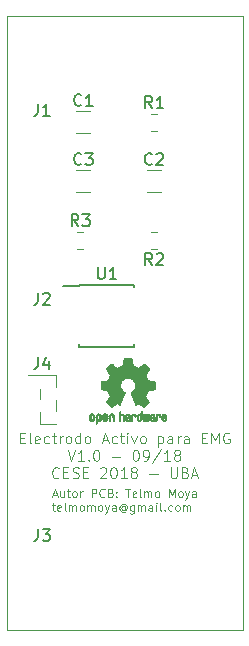
<source format=gbr>
G04 #@! TF.GenerationSoftware,KiCad,Pcbnew,(5.0.0)*
G04 #@! TF.CreationDate,2018-11-30T23:52:53-03:00*
G04 #@! TF.ProjectId,TP_Final,54505F46696E616C2E6B696361645F70,1*
G04 #@! TF.SameCoordinates,Original*
G04 #@! TF.FileFunction,Legend,Top*
G04 #@! TF.FilePolarity,Positive*
%FSLAX46Y46*%
G04 Gerber Fmt 4.6, Leading zero omitted, Abs format (unit mm)*
G04 Created by KiCad (PCBNEW (5.0.0)) date 11/30/18 23:52:53*
%MOMM*%
%LPD*%
G01*
G04 APERTURE LIST*
%ADD10C,0.125000*%
%ADD11C,0.100000*%
%ADD12C,0.010000*%
%ADD13C,0.150000*%
%ADD14C,0.120000*%
G04 APERTURE END LIST*
D10*
X150933333Y-84529166D02*
X151266666Y-84529166D01*
X150866666Y-84729166D02*
X151100000Y-84029166D01*
X151333333Y-84729166D01*
X151866666Y-84262500D02*
X151866666Y-84729166D01*
X151566666Y-84262500D02*
X151566666Y-84629166D01*
X151600000Y-84695833D01*
X151666666Y-84729166D01*
X151766666Y-84729166D01*
X151833333Y-84695833D01*
X151866666Y-84662500D01*
X152100000Y-84262500D02*
X152366666Y-84262500D01*
X152200000Y-84029166D02*
X152200000Y-84629166D01*
X152233333Y-84695833D01*
X152300000Y-84729166D01*
X152366666Y-84729166D01*
X152700000Y-84729166D02*
X152633333Y-84695833D01*
X152600000Y-84662500D01*
X152566666Y-84595833D01*
X152566666Y-84395833D01*
X152600000Y-84329166D01*
X152633333Y-84295833D01*
X152700000Y-84262500D01*
X152800000Y-84262500D01*
X152866666Y-84295833D01*
X152900000Y-84329166D01*
X152933333Y-84395833D01*
X152933333Y-84595833D01*
X152900000Y-84662500D01*
X152866666Y-84695833D01*
X152800000Y-84729166D01*
X152700000Y-84729166D01*
X153233333Y-84729166D02*
X153233333Y-84262500D01*
X153233333Y-84395833D02*
X153266666Y-84329166D01*
X153300000Y-84295833D01*
X153366666Y-84262500D01*
X153433333Y-84262500D01*
X154200000Y-84729166D02*
X154200000Y-84029166D01*
X154466666Y-84029166D01*
X154533333Y-84062500D01*
X154566666Y-84095833D01*
X154600000Y-84162500D01*
X154600000Y-84262500D01*
X154566666Y-84329166D01*
X154533333Y-84362500D01*
X154466666Y-84395833D01*
X154200000Y-84395833D01*
X155300000Y-84662500D02*
X155266666Y-84695833D01*
X155166666Y-84729166D01*
X155100000Y-84729166D01*
X155000000Y-84695833D01*
X154933333Y-84629166D01*
X154900000Y-84562500D01*
X154866666Y-84429166D01*
X154866666Y-84329166D01*
X154900000Y-84195833D01*
X154933333Y-84129166D01*
X155000000Y-84062500D01*
X155100000Y-84029166D01*
X155166666Y-84029166D01*
X155266666Y-84062500D01*
X155300000Y-84095833D01*
X155833333Y-84362500D02*
X155933333Y-84395833D01*
X155966666Y-84429166D01*
X156000000Y-84495833D01*
X156000000Y-84595833D01*
X155966666Y-84662500D01*
X155933333Y-84695833D01*
X155866666Y-84729166D01*
X155600000Y-84729166D01*
X155600000Y-84029166D01*
X155833333Y-84029166D01*
X155900000Y-84062500D01*
X155933333Y-84095833D01*
X155966666Y-84162500D01*
X155966666Y-84229166D01*
X155933333Y-84295833D01*
X155900000Y-84329166D01*
X155833333Y-84362500D01*
X155600000Y-84362500D01*
X156300000Y-84662500D02*
X156333333Y-84695833D01*
X156300000Y-84729166D01*
X156266666Y-84695833D01*
X156300000Y-84662500D01*
X156300000Y-84729166D01*
X156300000Y-84295833D02*
X156333333Y-84329166D01*
X156300000Y-84362500D01*
X156266666Y-84329166D01*
X156300000Y-84295833D01*
X156300000Y-84362500D01*
X157066666Y-84029166D02*
X157466666Y-84029166D01*
X157266666Y-84729166D02*
X157266666Y-84029166D01*
X157966666Y-84695833D02*
X157900000Y-84729166D01*
X157766666Y-84729166D01*
X157700000Y-84695833D01*
X157666666Y-84629166D01*
X157666666Y-84362500D01*
X157700000Y-84295833D01*
X157766666Y-84262500D01*
X157900000Y-84262500D01*
X157966666Y-84295833D01*
X158000000Y-84362500D01*
X158000000Y-84429166D01*
X157666666Y-84495833D01*
X158400000Y-84729166D02*
X158333333Y-84695833D01*
X158300000Y-84629166D01*
X158300000Y-84029166D01*
X158666666Y-84729166D02*
X158666666Y-84262500D01*
X158666666Y-84329166D02*
X158700000Y-84295833D01*
X158766666Y-84262500D01*
X158866666Y-84262500D01*
X158933333Y-84295833D01*
X158966666Y-84362500D01*
X158966666Y-84729166D01*
X158966666Y-84362500D02*
X159000000Y-84295833D01*
X159066666Y-84262500D01*
X159166666Y-84262500D01*
X159233333Y-84295833D01*
X159266666Y-84362500D01*
X159266666Y-84729166D01*
X159700000Y-84729166D02*
X159633333Y-84695833D01*
X159600000Y-84662500D01*
X159566666Y-84595833D01*
X159566666Y-84395833D01*
X159600000Y-84329166D01*
X159633333Y-84295833D01*
X159700000Y-84262500D01*
X159800000Y-84262500D01*
X159866666Y-84295833D01*
X159900000Y-84329166D01*
X159933333Y-84395833D01*
X159933333Y-84595833D01*
X159900000Y-84662500D01*
X159866666Y-84695833D01*
X159800000Y-84729166D01*
X159700000Y-84729166D01*
X160766666Y-84729166D02*
X160766666Y-84029166D01*
X161000000Y-84529166D01*
X161233333Y-84029166D01*
X161233333Y-84729166D01*
X161666666Y-84729166D02*
X161600000Y-84695833D01*
X161566666Y-84662500D01*
X161533333Y-84595833D01*
X161533333Y-84395833D01*
X161566666Y-84329166D01*
X161600000Y-84295833D01*
X161666666Y-84262500D01*
X161766666Y-84262500D01*
X161833333Y-84295833D01*
X161866666Y-84329166D01*
X161900000Y-84395833D01*
X161900000Y-84595833D01*
X161866666Y-84662500D01*
X161833333Y-84695833D01*
X161766666Y-84729166D01*
X161666666Y-84729166D01*
X162133333Y-84262500D02*
X162300000Y-84729166D01*
X162466666Y-84262500D02*
X162300000Y-84729166D01*
X162233333Y-84895833D01*
X162200000Y-84929166D01*
X162133333Y-84962500D01*
X163033333Y-84729166D02*
X163033333Y-84362500D01*
X163000000Y-84295833D01*
X162933333Y-84262500D01*
X162800000Y-84262500D01*
X162733333Y-84295833D01*
X163033333Y-84695833D02*
X162966666Y-84729166D01*
X162800000Y-84729166D01*
X162733333Y-84695833D01*
X162700000Y-84629166D01*
X162700000Y-84562500D01*
X162733333Y-84495833D01*
X162800000Y-84462500D01*
X162966666Y-84462500D01*
X163033333Y-84429166D01*
X150816666Y-85437500D02*
X151083333Y-85437500D01*
X150916666Y-85204166D02*
X150916666Y-85804166D01*
X150950000Y-85870833D01*
X151016666Y-85904166D01*
X151083333Y-85904166D01*
X151583333Y-85870833D02*
X151516666Y-85904166D01*
X151383333Y-85904166D01*
X151316666Y-85870833D01*
X151283333Y-85804166D01*
X151283333Y-85537500D01*
X151316666Y-85470833D01*
X151383333Y-85437500D01*
X151516666Y-85437500D01*
X151583333Y-85470833D01*
X151616666Y-85537500D01*
X151616666Y-85604166D01*
X151283333Y-85670833D01*
X152016666Y-85904166D02*
X151950000Y-85870833D01*
X151916666Y-85804166D01*
X151916666Y-85204166D01*
X152283333Y-85904166D02*
X152283333Y-85437500D01*
X152283333Y-85504166D02*
X152316666Y-85470833D01*
X152383333Y-85437500D01*
X152483333Y-85437500D01*
X152550000Y-85470833D01*
X152583333Y-85537500D01*
X152583333Y-85904166D01*
X152583333Y-85537500D02*
X152616666Y-85470833D01*
X152683333Y-85437500D01*
X152783333Y-85437500D01*
X152850000Y-85470833D01*
X152883333Y-85537500D01*
X152883333Y-85904166D01*
X153316666Y-85904166D02*
X153250000Y-85870833D01*
X153216666Y-85837500D01*
X153183333Y-85770833D01*
X153183333Y-85570833D01*
X153216666Y-85504166D01*
X153250000Y-85470833D01*
X153316666Y-85437500D01*
X153416666Y-85437500D01*
X153483333Y-85470833D01*
X153516666Y-85504166D01*
X153550000Y-85570833D01*
X153550000Y-85770833D01*
X153516666Y-85837500D01*
X153483333Y-85870833D01*
X153416666Y-85904166D01*
X153316666Y-85904166D01*
X153850000Y-85904166D02*
X153850000Y-85437500D01*
X153850000Y-85504166D02*
X153883333Y-85470833D01*
X153950000Y-85437500D01*
X154050000Y-85437500D01*
X154116666Y-85470833D01*
X154150000Y-85537500D01*
X154150000Y-85904166D01*
X154150000Y-85537500D02*
X154183333Y-85470833D01*
X154250000Y-85437500D01*
X154350000Y-85437500D01*
X154416666Y-85470833D01*
X154450000Y-85537500D01*
X154450000Y-85904166D01*
X154883333Y-85904166D02*
X154816666Y-85870833D01*
X154783333Y-85837500D01*
X154750000Y-85770833D01*
X154750000Y-85570833D01*
X154783333Y-85504166D01*
X154816666Y-85470833D01*
X154883333Y-85437500D01*
X154983333Y-85437500D01*
X155050000Y-85470833D01*
X155083333Y-85504166D01*
X155116666Y-85570833D01*
X155116666Y-85770833D01*
X155083333Y-85837500D01*
X155050000Y-85870833D01*
X154983333Y-85904166D01*
X154883333Y-85904166D01*
X155350000Y-85437500D02*
X155516666Y-85904166D01*
X155683333Y-85437500D02*
X155516666Y-85904166D01*
X155450000Y-86070833D01*
X155416666Y-86104166D01*
X155350000Y-86137500D01*
X156250000Y-85904166D02*
X156250000Y-85537500D01*
X156216666Y-85470833D01*
X156150000Y-85437500D01*
X156016666Y-85437500D01*
X155950000Y-85470833D01*
X156250000Y-85870833D02*
X156183333Y-85904166D01*
X156016666Y-85904166D01*
X155950000Y-85870833D01*
X155916666Y-85804166D01*
X155916666Y-85737500D01*
X155950000Y-85670833D01*
X156016666Y-85637500D01*
X156183333Y-85637500D01*
X156250000Y-85604166D01*
X157016666Y-85570833D02*
X156983333Y-85537500D01*
X156916666Y-85504166D01*
X156850000Y-85504166D01*
X156783333Y-85537500D01*
X156750000Y-85570833D01*
X156716666Y-85637500D01*
X156716666Y-85704166D01*
X156750000Y-85770833D01*
X156783333Y-85804166D01*
X156850000Y-85837500D01*
X156916666Y-85837500D01*
X156983333Y-85804166D01*
X157016666Y-85770833D01*
X157016666Y-85504166D02*
X157016666Y-85770833D01*
X157050000Y-85804166D01*
X157083333Y-85804166D01*
X157150000Y-85770833D01*
X157183333Y-85704166D01*
X157183333Y-85537500D01*
X157116666Y-85437500D01*
X157016666Y-85370833D01*
X156883333Y-85337500D01*
X156750000Y-85370833D01*
X156650000Y-85437500D01*
X156583333Y-85537500D01*
X156550000Y-85670833D01*
X156583333Y-85804166D01*
X156650000Y-85904166D01*
X156750000Y-85970833D01*
X156883333Y-86004166D01*
X157016666Y-85970833D01*
X157116666Y-85904166D01*
X157783333Y-85437500D02*
X157783333Y-86004166D01*
X157750000Y-86070833D01*
X157716666Y-86104166D01*
X157650000Y-86137500D01*
X157550000Y-86137500D01*
X157483333Y-86104166D01*
X157783333Y-85870833D02*
X157716666Y-85904166D01*
X157583333Y-85904166D01*
X157516666Y-85870833D01*
X157483333Y-85837500D01*
X157450000Y-85770833D01*
X157450000Y-85570833D01*
X157483333Y-85504166D01*
X157516666Y-85470833D01*
X157583333Y-85437500D01*
X157716666Y-85437500D01*
X157783333Y-85470833D01*
X158116666Y-85904166D02*
X158116666Y-85437500D01*
X158116666Y-85504166D02*
X158150000Y-85470833D01*
X158216666Y-85437500D01*
X158316666Y-85437500D01*
X158383333Y-85470833D01*
X158416666Y-85537500D01*
X158416666Y-85904166D01*
X158416666Y-85537500D02*
X158450000Y-85470833D01*
X158516666Y-85437500D01*
X158616666Y-85437500D01*
X158683333Y-85470833D01*
X158716666Y-85537500D01*
X158716666Y-85904166D01*
X159350000Y-85904166D02*
X159350000Y-85537500D01*
X159316666Y-85470833D01*
X159250000Y-85437500D01*
X159116666Y-85437500D01*
X159050000Y-85470833D01*
X159350000Y-85870833D02*
X159283333Y-85904166D01*
X159116666Y-85904166D01*
X159050000Y-85870833D01*
X159016666Y-85804166D01*
X159016666Y-85737500D01*
X159050000Y-85670833D01*
X159116666Y-85637500D01*
X159283333Y-85637500D01*
X159350000Y-85604166D01*
X159683333Y-85904166D02*
X159683333Y-85437500D01*
X159683333Y-85204166D02*
X159650000Y-85237500D01*
X159683333Y-85270833D01*
X159716666Y-85237500D01*
X159683333Y-85204166D01*
X159683333Y-85270833D01*
X160116666Y-85904166D02*
X160050000Y-85870833D01*
X160016666Y-85804166D01*
X160016666Y-85204166D01*
X160383333Y-85837500D02*
X160416666Y-85870833D01*
X160383333Y-85904166D01*
X160350000Y-85870833D01*
X160383333Y-85837500D01*
X160383333Y-85904166D01*
X161016666Y-85870833D02*
X160950000Y-85904166D01*
X160816666Y-85904166D01*
X160750000Y-85870833D01*
X160716666Y-85837500D01*
X160683333Y-85770833D01*
X160683333Y-85570833D01*
X160716666Y-85504166D01*
X160750000Y-85470833D01*
X160816666Y-85437500D01*
X160950000Y-85437500D01*
X161016666Y-85470833D01*
X161416666Y-85904166D02*
X161350000Y-85870833D01*
X161316666Y-85837500D01*
X161283333Y-85770833D01*
X161283333Y-85570833D01*
X161316666Y-85504166D01*
X161350000Y-85470833D01*
X161416666Y-85437500D01*
X161516666Y-85437500D01*
X161583333Y-85470833D01*
X161616666Y-85504166D01*
X161650000Y-85570833D01*
X161650000Y-85770833D01*
X161616666Y-85837500D01*
X161583333Y-85870833D01*
X161516666Y-85904166D01*
X161416666Y-85904166D01*
X161950000Y-85904166D02*
X161950000Y-85437500D01*
X161950000Y-85504166D02*
X161983333Y-85470833D01*
X162050000Y-85437500D01*
X162150000Y-85437500D01*
X162216666Y-85470833D01*
X162250000Y-85537500D01*
X162250000Y-85904166D01*
X162250000Y-85537500D02*
X162283333Y-85470833D01*
X162350000Y-85437500D01*
X162450000Y-85437500D01*
X162516666Y-85470833D01*
X162550000Y-85537500D01*
X162550000Y-85904166D01*
X148149999Y-79710714D02*
X148449999Y-79710714D01*
X148578571Y-80182142D02*
X148149999Y-80182142D01*
X148149999Y-79282142D01*
X148578571Y-79282142D01*
X149092857Y-80182142D02*
X149007142Y-80139285D01*
X148964285Y-80053571D01*
X148964285Y-79282142D01*
X149778571Y-80139285D02*
X149692857Y-80182142D01*
X149521428Y-80182142D01*
X149435714Y-80139285D01*
X149392857Y-80053571D01*
X149392857Y-79710714D01*
X149435714Y-79625000D01*
X149521428Y-79582142D01*
X149692857Y-79582142D01*
X149778571Y-79625000D01*
X149821428Y-79710714D01*
X149821428Y-79796428D01*
X149392857Y-79882142D01*
X150592857Y-80139285D02*
X150507142Y-80182142D01*
X150335714Y-80182142D01*
X150249999Y-80139285D01*
X150207142Y-80096428D01*
X150164285Y-80010714D01*
X150164285Y-79753571D01*
X150207142Y-79667857D01*
X150249999Y-79625000D01*
X150335714Y-79582142D01*
X150507142Y-79582142D01*
X150592857Y-79625000D01*
X150849999Y-79582142D02*
X151192857Y-79582142D01*
X150978571Y-79282142D02*
X150978571Y-80053571D01*
X151021428Y-80139285D01*
X151107142Y-80182142D01*
X151192857Y-80182142D01*
X151492857Y-80182142D02*
X151492857Y-79582142D01*
X151492857Y-79753571D02*
X151535714Y-79667857D01*
X151578571Y-79625000D01*
X151664285Y-79582142D01*
X151749999Y-79582142D01*
X152178571Y-80182142D02*
X152092857Y-80139285D01*
X152049999Y-80096428D01*
X152007142Y-80010714D01*
X152007142Y-79753571D01*
X152049999Y-79667857D01*
X152092857Y-79625000D01*
X152178571Y-79582142D01*
X152307142Y-79582142D01*
X152392857Y-79625000D01*
X152435714Y-79667857D01*
X152478571Y-79753571D01*
X152478571Y-80010714D01*
X152435714Y-80096428D01*
X152392857Y-80139285D01*
X152307142Y-80182142D01*
X152178571Y-80182142D01*
X153249999Y-80182142D02*
X153249999Y-79282142D01*
X153249999Y-80139285D02*
X153164285Y-80182142D01*
X152992857Y-80182142D01*
X152907142Y-80139285D01*
X152864285Y-80096428D01*
X152821428Y-80010714D01*
X152821428Y-79753571D01*
X152864285Y-79667857D01*
X152907142Y-79625000D01*
X152992857Y-79582142D01*
X153164285Y-79582142D01*
X153249999Y-79625000D01*
X153807142Y-80182142D02*
X153721428Y-80139285D01*
X153678571Y-80096428D01*
X153635714Y-80010714D01*
X153635714Y-79753571D01*
X153678571Y-79667857D01*
X153721428Y-79625000D01*
X153807142Y-79582142D01*
X153935714Y-79582142D01*
X154021428Y-79625000D01*
X154064285Y-79667857D01*
X154107142Y-79753571D01*
X154107142Y-80010714D01*
X154064285Y-80096428D01*
X154021428Y-80139285D01*
X153935714Y-80182142D01*
X153807142Y-80182142D01*
X155135714Y-79925000D02*
X155564285Y-79925000D01*
X155049999Y-80182142D02*
X155349999Y-79282142D01*
X155649999Y-80182142D01*
X156335714Y-80139285D02*
X156249999Y-80182142D01*
X156078571Y-80182142D01*
X155992857Y-80139285D01*
X155949999Y-80096428D01*
X155907142Y-80010714D01*
X155907142Y-79753571D01*
X155949999Y-79667857D01*
X155992857Y-79625000D01*
X156078571Y-79582142D01*
X156249999Y-79582142D01*
X156335714Y-79625000D01*
X156592857Y-79582142D02*
X156935714Y-79582142D01*
X156721428Y-79282142D02*
X156721428Y-80053571D01*
X156764285Y-80139285D01*
X156849999Y-80182142D01*
X156935714Y-80182142D01*
X157235714Y-80182142D02*
X157235714Y-79582142D01*
X157235714Y-79282142D02*
X157192857Y-79325000D01*
X157235714Y-79367857D01*
X157278571Y-79325000D01*
X157235714Y-79282142D01*
X157235714Y-79367857D01*
X157578571Y-79582142D02*
X157792857Y-80182142D01*
X158007142Y-79582142D01*
X158478571Y-80182142D02*
X158392857Y-80139285D01*
X158349999Y-80096428D01*
X158307142Y-80010714D01*
X158307142Y-79753571D01*
X158349999Y-79667857D01*
X158392857Y-79625000D01*
X158478571Y-79582142D01*
X158607142Y-79582142D01*
X158692857Y-79625000D01*
X158735714Y-79667857D01*
X158778571Y-79753571D01*
X158778571Y-80010714D01*
X158735714Y-80096428D01*
X158692857Y-80139285D01*
X158607142Y-80182142D01*
X158478571Y-80182142D01*
X159849999Y-79582142D02*
X159849999Y-80482142D01*
X159849999Y-79625000D02*
X159935714Y-79582142D01*
X160107142Y-79582142D01*
X160192857Y-79625000D01*
X160235714Y-79667857D01*
X160278571Y-79753571D01*
X160278571Y-80010714D01*
X160235714Y-80096428D01*
X160192857Y-80139285D01*
X160107142Y-80182142D01*
X159935714Y-80182142D01*
X159849999Y-80139285D01*
X161049999Y-80182142D02*
X161049999Y-79710714D01*
X161007142Y-79625000D01*
X160921428Y-79582142D01*
X160749999Y-79582142D01*
X160664285Y-79625000D01*
X161049999Y-80139285D02*
X160964285Y-80182142D01*
X160749999Y-80182142D01*
X160664285Y-80139285D01*
X160621428Y-80053571D01*
X160621428Y-79967857D01*
X160664285Y-79882142D01*
X160749999Y-79839285D01*
X160964285Y-79839285D01*
X161049999Y-79796428D01*
X161478571Y-80182142D02*
X161478571Y-79582142D01*
X161478571Y-79753571D02*
X161521428Y-79667857D01*
X161564285Y-79625000D01*
X161649999Y-79582142D01*
X161735714Y-79582142D01*
X162421428Y-80182142D02*
X162421428Y-79710714D01*
X162378571Y-79625000D01*
X162292857Y-79582142D01*
X162121428Y-79582142D01*
X162035714Y-79625000D01*
X162421428Y-80139285D02*
X162335714Y-80182142D01*
X162121428Y-80182142D01*
X162035714Y-80139285D01*
X161992857Y-80053571D01*
X161992857Y-79967857D01*
X162035714Y-79882142D01*
X162121428Y-79839285D01*
X162335714Y-79839285D01*
X162421428Y-79796428D01*
X163535714Y-79710714D02*
X163835714Y-79710714D01*
X163964285Y-80182142D02*
X163535714Y-80182142D01*
X163535714Y-79282142D01*
X163964285Y-79282142D01*
X164349999Y-80182142D02*
X164349999Y-79282142D01*
X164649999Y-79925000D01*
X164949999Y-79282142D01*
X164949999Y-80182142D01*
X165850000Y-79325000D02*
X165764285Y-79282142D01*
X165635714Y-79282142D01*
X165507142Y-79325000D01*
X165421428Y-79410714D01*
X165378571Y-79496428D01*
X165335714Y-79667857D01*
X165335714Y-79796428D01*
X165378571Y-79967857D01*
X165421428Y-80053571D01*
X165507142Y-80139285D01*
X165635714Y-80182142D01*
X165721428Y-80182142D01*
X165850000Y-80139285D01*
X165892857Y-80096428D01*
X165892857Y-79796428D01*
X165721428Y-79796428D01*
X152200000Y-80757142D02*
X152500000Y-81657142D01*
X152800000Y-80757142D01*
X153571428Y-81657142D02*
X153057142Y-81657142D01*
X153314285Y-81657142D02*
X153314285Y-80757142D01*
X153228571Y-80885714D01*
X153142857Y-80971428D01*
X153057142Y-81014285D01*
X153957142Y-81571428D02*
X154000000Y-81614285D01*
X153957142Y-81657142D01*
X153914285Y-81614285D01*
X153957142Y-81571428D01*
X153957142Y-81657142D01*
X154557142Y-80757142D02*
X154642857Y-80757142D01*
X154728571Y-80800000D01*
X154771428Y-80842857D01*
X154814285Y-80928571D01*
X154857142Y-81100000D01*
X154857142Y-81314285D01*
X154814285Y-81485714D01*
X154771428Y-81571428D01*
X154728571Y-81614285D01*
X154642857Y-81657142D01*
X154557142Y-81657142D01*
X154471428Y-81614285D01*
X154428571Y-81571428D01*
X154385714Y-81485714D01*
X154342857Y-81314285D01*
X154342857Y-81100000D01*
X154385714Y-80928571D01*
X154428571Y-80842857D01*
X154471428Y-80800000D01*
X154557142Y-80757142D01*
X155928571Y-81314285D02*
X156614285Y-81314285D01*
X157900000Y-80757142D02*
X157985714Y-80757142D01*
X158071428Y-80800000D01*
X158114285Y-80842857D01*
X158157142Y-80928571D01*
X158200000Y-81100000D01*
X158200000Y-81314285D01*
X158157142Y-81485714D01*
X158114285Y-81571428D01*
X158071428Y-81614285D01*
X157985714Y-81657142D01*
X157900000Y-81657142D01*
X157814285Y-81614285D01*
X157771428Y-81571428D01*
X157728571Y-81485714D01*
X157685714Y-81314285D01*
X157685714Y-81100000D01*
X157728571Y-80928571D01*
X157771428Y-80842857D01*
X157814285Y-80800000D01*
X157900000Y-80757142D01*
X158628571Y-81657142D02*
X158800000Y-81657142D01*
X158885714Y-81614285D01*
X158928571Y-81571428D01*
X159014285Y-81442857D01*
X159057142Y-81271428D01*
X159057142Y-80928571D01*
X159014285Y-80842857D01*
X158971428Y-80800000D01*
X158885714Y-80757142D01*
X158714285Y-80757142D01*
X158628571Y-80800000D01*
X158585714Y-80842857D01*
X158542857Y-80928571D01*
X158542857Y-81142857D01*
X158585714Y-81228571D01*
X158628571Y-81271428D01*
X158714285Y-81314285D01*
X158885714Y-81314285D01*
X158971428Y-81271428D01*
X159014285Y-81228571D01*
X159057142Y-81142857D01*
X160085714Y-80714285D02*
X159314285Y-81871428D01*
X160857142Y-81657142D02*
X160342857Y-81657142D01*
X160600000Y-81657142D02*
X160600000Y-80757142D01*
X160514285Y-80885714D01*
X160428571Y-80971428D01*
X160342857Y-81014285D01*
X161371428Y-81142857D02*
X161285714Y-81100000D01*
X161242857Y-81057142D01*
X161200000Y-80971428D01*
X161200000Y-80928571D01*
X161242857Y-80842857D01*
X161285714Y-80800000D01*
X161371428Y-80757142D01*
X161542857Y-80757142D01*
X161628571Y-80800000D01*
X161671428Y-80842857D01*
X161714285Y-80928571D01*
X161714285Y-80971428D01*
X161671428Y-81057142D01*
X161628571Y-81100000D01*
X161542857Y-81142857D01*
X161371428Y-81142857D01*
X161285714Y-81185714D01*
X161242857Y-81228571D01*
X161200000Y-81314285D01*
X161200000Y-81485714D01*
X161242857Y-81571428D01*
X161285714Y-81614285D01*
X161371428Y-81657142D01*
X161542857Y-81657142D01*
X161628571Y-81614285D01*
X161671428Y-81571428D01*
X161714285Y-81485714D01*
X161714285Y-81314285D01*
X161671428Y-81228571D01*
X161628571Y-81185714D01*
X161542857Y-81142857D01*
X151428571Y-83046428D02*
X151385714Y-83089285D01*
X151257142Y-83132142D01*
X151171428Y-83132142D01*
X151042857Y-83089285D01*
X150957142Y-83003571D01*
X150914285Y-82917857D01*
X150871428Y-82746428D01*
X150871428Y-82617857D01*
X150914285Y-82446428D01*
X150957142Y-82360714D01*
X151042857Y-82275000D01*
X151171428Y-82232142D01*
X151257142Y-82232142D01*
X151385714Y-82275000D01*
X151428571Y-82317857D01*
X151814285Y-82660714D02*
X152114285Y-82660714D01*
X152242857Y-83132142D02*
X151814285Y-83132142D01*
X151814285Y-82232142D01*
X152242857Y-82232142D01*
X152585714Y-83089285D02*
X152714285Y-83132142D01*
X152928571Y-83132142D01*
X153014285Y-83089285D01*
X153057142Y-83046428D01*
X153100000Y-82960714D01*
X153100000Y-82875000D01*
X153057142Y-82789285D01*
X153014285Y-82746428D01*
X152928571Y-82703571D01*
X152757142Y-82660714D01*
X152671428Y-82617857D01*
X152628571Y-82575000D01*
X152585714Y-82489285D01*
X152585714Y-82403571D01*
X152628571Y-82317857D01*
X152671428Y-82275000D01*
X152757142Y-82232142D01*
X152971428Y-82232142D01*
X153100000Y-82275000D01*
X153485714Y-82660714D02*
X153785714Y-82660714D01*
X153914285Y-83132142D02*
X153485714Y-83132142D01*
X153485714Y-82232142D01*
X153914285Y-82232142D01*
X154942857Y-82317857D02*
X154985714Y-82275000D01*
X155071428Y-82232142D01*
X155285714Y-82232142D01*
X155371428Y-82275000D01*
X155414285Y-82317857D01*
X155457142Y-82403571D01*
X155457142Y-82489285D01*
X155414285Y-82617857D01*
X154900000Y-83132142D01*
X155457142Y-83132142D01*
X156014285Y-82232142D02*
X156100000Y-82232142D01*
X156185714Y-82275000D01*
X156228571Y-82317857D01*
X156271428Y-82403571D01*
X156314285Y-82575000D01*
X156314285Y-82789285D01*
X156271428Y-82960714D01*
X156228571Y-83046428D01*
X156185714Y-83089285D01*
X156100000Y-83132142D01*
X156014285Y-83132142D01*
X155928571Y-83089285D01*
X155885714Y-83046428D01*
X155842857Y-82960714D01*
X155800000Y-82789285D01*
X155800000Y-82575000D01*
X155842857Y-82403571D01*
X155885714Y-82317857D01*
X155928571Y-82275000D01*
X156014285Y-82232142D01*
X157171428Y-83132142D02*
X156657142Y-83132142D01*
X156914285Y-83132142D02*
X156914285Y-82232142D01*
X156828571Y-82360714D01*
X156742857Y-82446428D01*
X156657142Y-82489285D01*
X157685714Y-82617857D02*
X157600000Y-82575000D01*
X157557142Y-82532142D01*
X157514285Y-82446428D01*
X157514285Y-82403571D01*
X157557142Y-82317857D01*
X157600000Y-82275000D01*
X157685714Y-82232142D01*
X157857142Y-82232142D01*
X157942857Y-82275000D01*
X157985714Y-82317857D01*
X158028571Y-82403571D01*
X158028571Y-82446428D01*
X157985714Y-82532142D01*
X157942857Y-82575000D01*
X157857142Y-82617857D01*
X157685714Y-82617857D01*
X157600000Y-82660714D01*
X157557142Y-82703571D01*
X157514285Y-82789285D01*
X157514285Y-82960714D01*
X157557142Y-83046428D01*
X157600000Y-83089285D01*
X157685714Y-83132142D01*
X157857142Y-83132142D01*
X157942857Y-83089285D01*
X157985714Y-83046428D01*
X158028571Y-82960714D01*
X158028571Y-82789285D01*
X157985714Y-82703571D01*
X157942857Y-82660714D01*
X157857142Y-82617857D01*
X159100000Y-82789285D02*
X159785714Y-82789285D01*
X160900000Y-82232142D02*
X160900000Y-82960714D01*
X160942857Y-83046428D01*
X160985714Y-83089285D01*
X161071428Y-83132142D01*
X161242857Y-83132142D01*
X161328571Y-83089285D01*
X161371428Y-83046428D01*
X161414285Y-82960714D01*
X161414285Y-82232142D01*
X162142857Y-82660714D02*
X162271428Y-82703571D01*
X162314285Y-82746428D01*
X162357142Y-82832142D01*
X162357142Y-82960714D01*
X162314285Y-83046428D01*
X162271428Y-83089285D01*
X162185714Y-83132142D01*
X161842857Y-83132142D01*
X161842857Y-82232142D01*
X162142857Y-82232142D01*
X162228571Y-82275000D01*
X162271428Y-82317857D01*
X162314285Y-82403571D01*
X162314285Y-82489285D01*
X162271428Y-82575000D01*
X162228571Y-82617857D01*
X162142857Y-82660714D01*
X161842857Y-82660714D01*
X162700000Y-82875000D02*
X163128571Y-82875000D01*
X162614285Y-83132142D02*
X162914285Y-82232142D01*
X163214285Y-83132142D01*
D11*
X167000000Y-44000000D02*
X147000000Y-44000000D01*
X167000000Y-96000000D02*
X167000000Y-44000000D01*
X147000000Y-96000000D02*
X167000000Y-96000000D01*
X147000000Y-44000000D02*
X147000000Y-96000000D01*
D12*
G04 #@! TO.C,REF\002A\002A*
G36*
X157353910Y-72992348D02*
X157432454Y-72992778D01*
X157489298Y-72993942D01*
X157528105Y-72996207D01*
X157552538Y-72999940D01*
X157566262Y-73005506D01*
X157572940Y-73013273D01*
X157576236Y-73023605D01*
X157576556Y-73024943D01*
X157581562Y-73049079D01*
X157590829Y-73096701D01*
X157603392Y-73162741D01*
X157618287Y-73242128D01*
X157634551Y-73329796D01*
X157635119Y-73332875D01*
X157651410Y-73418789D01*
X157666652Y-73494696D01*
X157679861Y-73556045D01*
X157690054Y-73598282D01*
X157696248Y-73616855D01*
X157696543Y-73617184D01*
X157714788Y-73626253D01*
X157752405Y-73641367D01*
X157801271Y-73659262D01*
X157801543Y-73659358D01*
X157863093Y-73682493D01*
X157935657Y-73711965D01*
X158004057Y-73741597D01*
X158007294Y-73743062D01*
X158118702Y-73793626D01*
X158365399Y-73625160D01*
X158441077Y-73573803D01*
X158509631Y-73527889D01*
X158567088Y-73490030D01*
X158609476Y-73462837D01*
X158632825Y-73448921D01*
X158635042Y-73447889D01*
X158652010Y-73452484D01*
X158683701Y-73474655D01*
X158731352Y-73515447D01*
X158796198Y-73575905D01*
X158862397Y-73640227D01*
X158926214Y-73703612D01*
X158983329Y-73761451D01*
X159030305Y-73810175D01*
X159063703Y-73846210D01*
X159080085Y-73865984D01*
X159080694Y-73867002D01*
X159082505Y-73880572D01*
X159075683Y-73902733D01*
X159058540Y-73936478D01*
X159029393Y-73984800D01*
X158986555Y-74050692D01*
X158929448Y-74135517D01*
X158878766Y-74210177D01*
X158833461Y-74277140D01*
X158796150Y-74332516D01*
X158769452Y-74372420D01*
X158755985Y-74392962D01*
X158755137Y-74394356D01*
X158756781Y-74414038D01*
X158769245Y-74452293D01*
X158790048Y-74501889D01*
X158797462Y-74517728D01*
X158829814Y-74588290D01*
X158864328Y-74668353D01*
X158892365Y-74737629D01*
X158912568Y-74789045D01*
X158928615Y-74828119D01*
X158937888Y-74848541D01*
X158939041Y-74850114D01*
X158956096Y-74852721D01*
X158996298Y-74859863D01*
X159054302Y-74870523D01*
X159124763Y-74883685D01*
X159202335Y-74898333D01*
X159281672Y-74913449D01*
X159357431Y-74928018D01*
X159424264Y-74941022D01*
X159476828Y-74951445D01*
X159509776Y-74958270D01*
X159517857Y-74960199D01*
X159526205Y-74964962D01*
X159532506Y-74975718D01*
X159537045Y-74996098D01*
X159540104Y-75029734D01*
X159541967Y-75080255D01*
X159542918Y-75151292D01*
X159543240Y-75246476D01*
X159543257Y-75285492D01*
X159543257Y-75602799D01*
X159467057Y-75617839D01*
X159424663Y-75625995D01*
X159361400Y-75637899D01*
X159284962Y-75652116D01*
X159203043Y-75667210D01*
X159180400Y-75671355D01*
X159104806Y-75686053D01*
X159038953Y-75700505D01*
X158988366Y-75713375D01*
X158958574Y-75723322D01*
X158953612Y-75726287D01*
X158941426Y-75747283D01*
X158923953Y-75787967D01*
X158904577Y-75840322D01*
X158900734Y-75851600D01*
X158875339Y-75921523D01*
X158843817Y-76000418D01*
X158812969Y-76071266D01*
X158812817Y-76071595D01*
X158761447Y-76182733D01*
X158930399Y-76431253D01*
X159099352Y-76679772D01*
X158882429Y-76897058D01*
X158816819Y-76961726D01*
X158756979Y-77018733D01*
X158706267Y-77065033D01*
X158668046Y-77097584D01*
X158645675Y-77113343D01*
X158642466Y-77114343D01*
X158623626Y-77106469D01*
X158585180Y-77084578D01*
X158531330Y-77051267D01*
X158466276Y-77009131D01*
X158395940Y-76961943D01*
X158324555Y-76913810D01*
X158260908Y-76871928D01*
X158209041Y-76838871D01*
X158172995Y-76817218D01*
X158156867Y-76809543D01*
X158137189Y-76816037D01*
X158099875Y-76833150D01*
X158052621Y-76857326D01*
X158047612Y-76860013D01*
X157983977Y-76891927D01*
X157940341Y-76907579D01*
X157913202Y-76907745D01*
X157899057Y-76893204D01*
X157898975Y-76893000D01*
X157891905Y-76875779D01*
X157875042Y-76834899D01*
X157849695Y-76773525D01*
X157817171Y-76694819D01*
X157778778Y-76601947D01*
X157735822Y-76498072D01*
X157694222Y-76397502D01*
X157648504Y-76286516D01*
X157606526Y-76183703D01*
X157569548Y-76092215D01*
X157538827Y-76015201D01*
X157515622Y-75955815D01*
X157501190Y-75917209D01*
X157496743Y-75902800D01*
X157507896Y-75886272D01*
X157537069Y-75859930D01*
X157575971Y-75830887D01*
X157686757Y-75739039D01*
X157773351Y-75633759D01*
X157834716Y-75517266D01*
X157869815Y-75391776D01*
X157877608Y-75259507D01*
X157871943Y-75198457D01*
X157841078Y-75071795D01*
X157787920Y-74959941D01*
X157715767Y-74864001D01*
X157627917Y-74785076D01*
X157527665Y-74724270D01*
X157418310Y-74682687D01*
X157303147Y-74661428D01*
X157185475Y-74661599D01*
X157068590Y-74684301D01*
X156955789Y-74730638D01*
X156850369Y-74801713D01*
X156806368Y-74841911D01*
X156721979Y-74945129D01*
X156663222Y-75057925D01*
X156629704Y-75177010D01*
X156621035Y-75299095D01*
X156636823Y-75420893D01*
X156676678Y-75539116D01*
X156740207Y-75650475D01*
X156827021Y-75751684D01*
X156924029Y-75830887D01*
X156964437Y-75861162D01*
X156992982Y-75887219D01*
X157003257Y-75902825D01*
X156997877Y-75919843D01*
X156982575Y-75960500D01*
X156958612Y-76021642D01*
X156927244Y-76100119D01*
X156889732Y-76192780D01*
X156847333Y-76296472D01*
X156805663Y-76397526D01*
X156759690Y-76508607D01*
X156717107Y-76611541D01*
X156679221Y-76703165D01*
X156647340Y-76780316D01*
X156622771Y-76839831D01*
X156606820Y-76878544D01*
X156600910Y-76893000D01*
X156586948Y-76907685D01*
X156559940Y-76907642D01*
X156516413Y-76892099D01*
X156452890Y-76860284D01*
X156452388Y-76860013D01*
X156404560Y-76835323D01*
X156365897Y-76817338D01*
X156344095Y-76809614D01*
X156343133Y-76809543D01*
X156326721Y-76817378D01*
X156290487Y-76839165D01*
X156238474Y-76872328D01*
X156174725Y-76914291D01*
X156104060Y-76961943D01*
X156032116Y-77010191D01*
X155967274Y-77052151D01*
X155913735Y-77085227D01*
X155875697Y-77106821D01*
X155857533Y-77114343D01*
X155840808Y-77104457D01*
X155807180Y-77076826D01*
X155760010Y-77034495D01*
X155702658Y-76980505D01*
X155638484Y-76917899D01*
X155617497Y-76896983D01*
X155400499Y-76679623D01*
X155565668Y-76437220D01*
X155615864Y-76362781D01*
X155659919Y-76295972D01*
X155695362Y-76240665D01*
X155719719Y-76200729D01*
X155730522Y-76180036D01*
X155730838Y-76178563D01*
X155725143Y-76159058D01*
X155709826Y-76119822D01*
X155687537Y-76067430D01*
X155671893Y-76032355D01*
X155642641Y-75965201D01*
X155615094Y-75897358D01*
X155593737Y-75840034D01*
X155587935Y-75822572D01*
X155571452Y-75775938D01*
X155555340Y-75739905D01*
X155546490Y-75726287D01*
X155526960Y-75717952D01*
X155484334Y-75706137D01*
X155424145Y-75692181D01*
X155351922Y-75677422D01*
X155319600Y-75671355D01*
X155237522Y-75656273D01*
X155158795Y-75641669D01*
X155091109Y-75628980D01*
X155042160Y-75619642D01*
X155032943Y-75617839D01*
X154956743Y-75602799D01*
X154956743Y-75285492D01*
X154956914Y-75181154D01*
X154957616Y-75102213D01*
X154959134Y-75045038D01*
X154961749Y-75005999D01*
X154965746Y-74981465D01*
X154971409Y-74967805D01*
X154979020Y-74961389D01*
X154982143Y-74960199D01*
X155000978Y-74955980D01*
X155042588Y-74947562D01*
X155101630Y-74935961D01*
X155172757Y-74922195D01*
X155250625Y-74907280D01*
X155329887Y-74892232D01*
X155405198Y-74878069D01*
X155471213Y-74865806D01*
X155522587Y-74856461D01*
X155553975Y-74851050D01*
X155560959Y-74850114D01*
X155567285Y-74837596D01*
X155581290Y-74804246D01*
X155600355Y-74756377D01*
X155607634Y-74737629D01*
X155636996Y-74665195D01*
X155671571Y-74585170D01*
X155702537Y-74517728D01*
X155725323Y-74466159D01*
X155740482Y-74423785D01*
X155745542Y-74397834D01*
X155744736Y-74394356D01*
X155734041Y-74377936D01*
X155709620Y-74341417D01*
X155674095Y-74288687D01*
X155630087Y-74223635D01*
X155580217Y-74150151D01*
X155570356Y-74135645D01*
X155512492Y-74049704D01*
X155469956Y-73984261D01*
X155441054Y-73936304D01*
X155424090Y-73902820D01*
X155417367Y-73880795D01*
X155419190Y-73867217D01*
X155419236Y-73867131D01*
X155433586Y-73849297D01*
X155465323Y-73814817D01*
X155511010Y-73767268D01*
X155567204Y-73710222D01*
X155630468Y-73647255D01*
X155637602Y-73640227D01*
X155717330Y-73563020D01*
X155778857Y-73506330D01*
X155823421Y-73469110D01*
X155852257Y-73450315D01*
X155864958Y-73447889D01*
X155883494Y-73458471D01*
X155921961Y-73482916D01*
X155976386Y-73518612D01*
X156042798Y-73562947D01*
X156117225Y-73613311D01*
X156134601Y-73625160D01*
X156381297Y-73793626D01*
X156492706Y-73743062D01*
X156560457Y-73713595D01*
X156633183Y-73683959D01*
X156695703Y-73660330D01*
X156698457Y-73659358D01*
X156747360Y-73641457D01*
X156785057Y-73626320D01*
X156803425Y-73617210D01*
X156803456Y-73617184D01*
X156809285Y-73600717D01*
X156819192Y-73560219D01*
X156832195Y-73500242D01*
X156847309Y-73425340D01*
X156863552Y-73340064D01*
X156864881Y-73332875D01*
X156881175Y-73245014D01*
X156896133Y-73165260D01*
X156908791Y-73098681D01*
X156918186Y-73050347D01*
X156923354Y-73025325D01*
X156923444Y-73024943D01*
X156926589Y-73014299D01*
X156932704Y-73006262D01*
X156945453Y-73000467D01*
X156968500Y-72996547D01*
X157005509Y-72994135D01*
X157060144Y-72992865D01*
X157136067Y-72992371D01*
X157236944Y-72992286D01*
X157250000Y-72992286D01*
X157353910Y-72992348D01*
X157353910Y-72992348D01*
G37*
X157353910Y-72992348D02*
X157432454Y-72992778D01*
X157489298Y-72993942D01*
X157528105Y-72996207D01*
X157552538Y-72999940D01*
X157566262Y-73005506D01*
X157572940Y-73013273D01*
X157576236Y-73023605D01*
X157576556Y-73024943D01*
X157581562Y-73049079D01*
X157590829Y-73096701D01*
X157603392Y-73162741D01*
X157618287Y-73242128D01*
X157634551Y-73329796D01*
X157635119Y-73332875D01*
X157651410Y-73418789D01*
X157666652Y-73494696D01*
X157679861Y-73556045D01*
X157690054Y-73598282D01*
X157696248Y-73616855D01*
X157696543Y-73617184D01*
X157714788Y-73626253D01*
X157752405Y-73641367D01*
X157801271Y-73659262D01*
X157801543Y-73659358D01*
X157863093Y-73682493D01*
X157935657Y-73711965D01*
X158004057Y-73741597D01*
X158007294Y-73743062D01*
X158118702Y-73793626D01*
X158365399Y-73625160D01*
X158441077Y-73573803D01*
X158509631Y-73527889D01*
X158567088Y-73490030D01*
X158609476Y-73462837D01*
X158632825Y-73448921D01*
X158635042Y-73447889D01*
X158652010Y-73452484D01*
X158683701Y-73474655D01*
X158731352Y-73515447D01*
X158796198Y-73575905D01*
X158862397Y-73640227D01*
X158926214Y-73703612D01*
X158983329Y-73761451D01*
X159030305Y-73810175D01*
X159063703Y-73846210D01*
X159080085Y-73865984D01*
X159080694Y-73867002D01*
X159082505Y-73880572D01*
X159075683Y-73902733D01*
X159058540Y-73936478D01*
X159029393Y-73984800D01*
X158986555Y-74050692D01*
X158929448Y-74135517D01*
X158878766Y-74210177D01*
X158833461Y-74277140D01*
X158796150Y-74332516D01*
X158769452Y-74372420D01*
X158755985Y-74392962D01*
X158755137Y-74394356D01*
X158756781Y-74414038D01*
X158769245Y-74452293D01*
X158790048Y-74501889D01*
X158797462Y-74517728D01*
X158829814Y-74588290D01*
X158864328Y-74668353D01*
X158892365Y-74737629D01*
X158912568Y-74789045D01*
X158928615Y-74828119D01*
X158937888Y-74848541D01*
X158939041Y-74850114D01*
X158956096Y-74852721D01*
X158996298Y-74859863D01*
X159054302Y-74870523D01*
X159124763Y-74883685D01*
X159202335Y-74898333D01*
X159281672Y-74913449D01*
X159357431Y-74928018D01*
X159424264Y-74941022D01*
X159476828Y-74951445D01*
X159509776Y-74958270D01*
X159517857Y-74960199D01*
X159526205Y-74964962D01*
X159532506Y-74975718D01*
X159537045Y-74996098D01*
X159540104Y-75029734D01*
X159541967Y-75080255D01*
X159542918Y-75151292D01*
X159543240Y-75246476D01*
X159543257Y-75285492D01*
X159543257Y-75602799D01*
X159467057Y-75617839D01*
X159424663Y-75625995D01*
X159361400Y-75637899D01*
X159284962Y-75652116D01*
X159203043Y-75667210D01*
X159180400Y-75671355D01*
X159104806Y-75686053D01*
X159038953Y-75700505D01*
X158988366Y-75713375D01*
X158958574Y-75723322D01*
X158953612Y-75726287D01*
X158941426Y-75747283D01*
X158923953Y-75787967D01*
X158904577Y-75840322D01*
X158900734Y-75851600D01*
X158875339Y-75921523D01*
X158843817Y-76000418D01*
X158812969Y-76071266D01*
X158812817Y-76071595D01*
X158761447Y-76182733D01*
X158930399Y-76431253D01*
X159099352Y-76679772D01*
X158882429Y-76897058D01*
X158816819Y-76961726D01*
X158756979Y-77018733D01*
X158706267Y-77065033D01*
X158668046Y-77097584D01*
X158645675Y-77113343D01*
X158642466Y-77114343D01*
X158623626Y-77106469D01*
X158585180Y-77084578D01*
X158531330Y-77051267D01*
X158466276Y-77009131D01*
X158395940Y-76961943D01*
X158324555Y-76913810D01*
X158260908Y-76871928D01*
X158209041Y-76838871D01*
X158172995Y-76817218D01*
X158156867Y-76809543D01*
X158137189Y-76816037D01*
X158099875Y-76833150D01*
X158052621Y-76857326D01*
X158047612Y-76860013D01*
X157983977Y-76891927D01*
X157940341Y-76907579D01*
X157913202Y-76907745D01*
X157899057Y-76893204D01*
X157898975Y-76893000D01*
X157891905Y-76875779D01*
X157875042Y-76834899D01*
X157849695Y-76773525D01*
X157817171Y-76694819D01*
X157778778Y-76601947D01*
X157735822Y-76498072D01*
X157694222Y-76397502D01*
X157648504Y-76286516D01*
X157606526Y-76183703D01*
X157569548Y-76092215D01*
X157538827Y-76015201D01*
X157515622Y-75955815D01*
X157501190Y-75917209D01*
X157496743Y-75902800D01*
X157507896Y-75886272D01*
X157537069Y-75859930D01*
X157575971Y-75830887D01*
X157686757Y-75739039D01*
X157773351Y-75633759D01*
X157834716Y-75517266D01*
X157869815Y-75391776D01*
X157877608Y-75259507D01*
X157871943Y-75198457D01*
X157841078Y-75071795D01*
X157787920Y-74959941D01*
X157715767Y-74864001D01*
X157627917Y-74785076D01*
X157527665Y-74724270D01*
X157418310Y-74682687D01*
X157303147Y-74661428D01*
X157185475Y-74661599D01*
X157068590Y-74684301D01*
X156955789Y-74730638D01*
X156850369Y-74801713D01*
X156806368Y-74841911D01*
X156721979Y-74945129D01*
X156663222Y-75057925D01*
X156629704Y-75177010D01*
X156621035Y-75299095D01*
X156636823Y-75420893D01*
X156676678Y-75539116D01*
X156740207Y-75650475D01*
X156827021Y-75751684D01*
X156924029Y-75830887D01*
X156964437Y-75861162D01*
X156992982Y-75887219D01*
X157003257Y-75902825D01*
X156997877Y-75919843D01*
X156982575Y-75960500D01*
X156958612Y-76021642D01*
X156927244Y-76100119D01*
X156889732Y-76192780D01*
X156847333Y-76296472D01*
X156805663Y-76397526D01*
X156759690Y-76508607D01*
X156717107Y-76611541D01*
X156679221Y-76703165D01*
X156647340Y-76780316D01*
X156622771Y-76839831D01*
X156606820Y-76878544D01*
X156600910Y-76893000D01*
X156586948Y-76907685D01*
X156559940Y-76907642D01*
X156516413Y-76892099D01*
X156452890Y-76860284D01*
X156452388Y-76860013D01*
X156404560Y-76835323D01*
X156365897Y-76817338D01*
X156344095Y-76809614D01*
X156343133Y-76809543D01*
X156326721Y-76817378D01*
X156290487Y-76839165D01*
X156238474Y-76872328D01*
X156174725Y-76914291D01*
X156104060Y-76961943D01*
X156032116Y-77010191D01*
X155967274Y-77052151D01*
X155913735Y-77085227D01*
X155875697Y-77106821D01*
X155857533Y-77114343D01*
X155840808Y-77104457D01*
X155807180Y-77076826D01*
X155760010Y-77034495D01*
X155702658Y-76980505D01*
X155638484Y-76917899D01*
X155617497Y-76896983D01*
X155400499Y-76679623D01*
X155565668Y-76437220D01*
X155615864Y-76362781D01*
X155659919Y-76295972D01*
X155695362Y-76240665D01*
X155719719Y-76200729D01*
X155730522Y-76180036D01*
X155730838Y-76178563D01*
X155725143Y-76159058D01*
X155709826Y-76119822D01*
X155687537Y-76067430D01*
X155671893Y-76032355D01*
X155642641Y-75965201D01*
X155615094Y-75897358D01*
X155593737Y-75840034D01*
X155587935Y-75822572D01*
X155571452Y-75775938D01*
X155555340Y-75739905D01*
X155546490Y-75726287D01*
X155526960Y-75717952D01*
X155484334Y-75706137D01*
X155424145Y-75692181D01*
X155351922Y-75677422D01*
X155319600Y-75671355D01*
X155237522Y-75656273D01*
X155158795Y-75641669D01*
X155091109Y-75628980D01*
X155042160Y-75619642D01*
X155032943Y-75617839D01*
X154956743Y-75602799D01*
X154956743Y-75285492D01*
X154956914Y-75181154D01*
X154957616Y-75102213D01*
X154959134Y-75045038D01*
X154961749Y-75005999D01*
X154965746Y-74981465D01*
X154971409Y-74967805D01*
X154979020Y-74961389D01*
X154982143Y-74960199D01*
X155000978Y-74955980D01*
X155042588Y-74947562D01*
X155101630Y-74935961D01*
X155172757Y-74922195D01*
X155250625Y-74907280D01*
X155329887Y-74892232D01*
X155405198Y-74878069D01*
X155471213Y-74865806D01*
X155522587Y-74856461D01*
X155553975Y-74851050D01*
X155560959Y-74850114D01*
X155567285Y-74837596D01*
X155581290Y-74804246D01*
X155600355Y-74756377D01*
X155607634Y-74737629D01*
X155636996Y-74665195D01*
X155671571Y-74585170D01*
X155702537Y-74517728D01*
X155725323Y-74466159D01*
X155740482Y-74423785D01*
X155745542Y-74397834D01*
X155744736Y-74394356D01*
X155734041Y-74377936D01*
X155709620Y-74341417D01*
X155674095Y-74288687D01*
X155630087Y-74223635D01*
X155580217Y-74150151D01*
X155570356Y-74135645D01*
X155512492Y-74049704D01*
X155469956Y-73984261D01*
X155441054Y-73936304D01*
X155424090Y-73902820D01*
X155417367Y-73880795D01*
X155419190Y-73867217D01*
X155419236Y-73867131D01*
X155433586Y-73849297D01*
X155465323Y-73814817D01*
X155511010Y-73767268D01*
X155567204Y-73710222D01*
X155630468Y-73647255D01*
X155637602Y-73640227D01*
X155717330Y-73563020D01*
X155778857Y-73506330D01*
X155823421Y-73469110D01*
X155852257Y-73450315D01*
X155864958Y-73447889D01*
X155883494Y-73458471D01*
X155921961Y-73482916D01*
X155976386Y-73518612D01*
X156042798Y-73562947D01*
X156117225Y-73613311D01*
X156134601Y-73625160D01*
X156381297Y-73793626D01*
X156492706Y-73743062D01*
X156560457Y-73713595D01*
X156633183Y-73683959D01*
X156695703Y-73660330D01*
X156698457Y-73659358D01*
X156747360Y-73641457D01*
X156785057Y-73626320D01*
X156803425Y-73617210D01*
X156803456Y-73617184D01*
X156809285Y-73600717D01*
X156819192Y-73560219D01*
X156832195Y-73500242D01*
X156847309Y-73425340D01*
X156863552Y-73340064D01*
X156864881Y-73332875D01*
X156881175Y-73245014D01*
X156896133Y-73165260D01*
X156908791Y-73098681D01*
X156918186Y-73050347D01*
X156923354Y-73025325D01*
X156923444Y-73024943D01*
X156926589Y-73014299D01*
X156932704Y-73006262D01*
X156945453Y-73000467D01*
X156968500Y-72996547D01*
X157005509Y-72994135D01*
X157060144Y-72992865D01*
X157136067Y-72992371D01*
X157236944Y-72992286D01*
X157250000Y-72992286D01*
X157353910Y-72992348D01*
G36*
X160403595Y-77716966D02*
X160461021Y-77754497D01*
X160488719Y-77788096D01*
X160510662Y-77849064D01*
X160512405Y-77897308D01*
X160508457Y-77961816D01*
X160359686Y-78026934D01*
X160287349Y-78060202D01*
X160240084Y-78086964D01*
X160215507Y-78110144D01*
X160211237Y-78132667D01*
X160224889Y-78157455D01*
X160239943Y-78173886D01*
X160283746Y-78200235D01*
X160331389Y-78202081D01*
X160375145Y-78181546D01*
X160407289Y-78140752D01*
X160413038Y-78126347D01*
X160440576Y-78081356D01*
X160472258Y-78062182D01*
X160515714Y-78045779D01*
X160515714Y-78107966D01*
X160511872Y-78150283D01*
X160496823Y-78185969D01*
X160465280Y-78226943D01*
X160460592Y-78232267D01*
X160425506Y-78268720D01*
X160395347Y-78288283D01*
X160357615Y-78297283D01*
X160326335Y-78300230D01*
X160270385Y-78300965D01*
X160230555Y-78291660D01*
X160205708Y-78277846D01*
X160166656Y-78247467D01*
X160139625Y-78214613D01*
X160122517Y-78173294D01*
X160113238Y-78117521D01*
X160109693Y-78041305D01*
X160109410Y-78002622D01*
X160110372Y-77956247D01*
X160198007Y-77956247D01*
X160199023Y-77981126D01*
X160201556Y-77985200D01*
X160218274Y-77979665D01*
X160254249Y-77965017D01*
X160302331Y-77944190D01*
X160312386Y-77939714D01*
X160373152Y-77908814D01*
X160406632Y-77881657D01*
X160413990Y-77856220D01*
X160396391Y-77830481D01*
X160381856Y-77819109D01*
X160329410Y-77796364D01*
X160280322Y-77800122D01*
X160239227Y-77827884D01*
X160210758Y-77877152D01*
X160201631Y-77916257D01*
X160198007Y-77956247D01*
X160110372Y-77956247D01*
X160111285Y-77912249D01*
X160118196Y-77845384D01*
X160131884Y-77796695D01*
X160154096Y-77760849D01*
X160186574Y-77732513D01*
X160200733Y-77723355D01*
X160265053Y-77699507D01*
X160335473Y-77698006D01*
X160403595Y-77716966D01*
X160403595Y-77716966D01*
G37*
X160403595Y-77716966D02*
X160461021Y-77754497D01*
X160488719Y-77788096D01*
X160510662Y-77849064D01*
X160512405Y-77897308D01*
X160508457Y-77961816D01*
X160359686Y-78026934D01*
X160287349Y-78060202D01*
X160240084Y-78086964D01*
X160215507Y-78110144D01*
X160211237Y-78132667D01*
X160224889Y-78157455D01*
X160239943Y-78173886D01*
X160283746Y-78200235D01*
X160331389Y-78202081D01*
X160375145Y-78181546D01*
X160407289Y-78140752D01*
X160413038Y-78126347D01*
X160440576Y-78081356D01*
X160472258Y-78062182D01*
X160515714Y-78045779D01*
X160515714Y-78107966D01*
X160511872Y-78150283D01*
X160496823Y-78185969D01*
X160465280Y-78226943D01*
X160460592Y-78232267D01*
X160425506Y-78268720D01*
X160395347Y-78288283D01*
X160357615Y-78297283D01*
X160326335Y-78300230D01*
X160270385Y-78300965D01*
X160230555Y-78291660D01*
X160205708Y-78277846D01*
X160166656Y-78247467D01*
X160139625Y-78214613D01*
X160122517Y-78173294D01*
X160113238Y-78117521D01*
X160109693Y-78041305D01*
X160109410Y-78002622D01*
X160110372Y-77956247D01*
X160198007Y-77956247D01*
X160199023Y-77981126D01*
X160201556Y-77985200D01*
X160218274Y-77979665D01*
X160254249Y-77965017D01*
X160302331Y-77944190D01*
X160312386Y-77939714D01*
X160373152Y-77908814D01*
X160406632Y-77881657D01*
X160413990Y-77856220D01*
X160396391Y-77830481D01*
X160381856Y-77819109D01*
X160329410Y-77796364D01*
X160280322Y-77800122D01*
X160239227Y-77827884D01*
X160210758Y-77877152D01*
X160201631Y-77916257D01*
X160198007Y-77956247D01*
X160110372Y-77956247D01*
X160111285Y-77912249D01*
X160118196Y-77845384D01*
X160131884Y-77796695D01*
X160154096Y-77760849D01*
X160186574Y-77732513D01*
X160200733Y-77723355D01*
X160265053Y-77699507D01*
X160335473Y-77698006D01*
X160403595Y-77716966D01*
G36*
X159902600Y-77708752D02*
X159919948Y-77716334D01*
X159961356Y-77749128D01*
X159996765Y-77796547D01*
X160018664Y-77847151D01*
X160022229Y-77872098D01*
X160010279Y-77906927D01*
X159984067Y-77925357D01*
X159955964Y-77936516D01*
X159943095Y-77938572D01*
X159936829Y-77923649D01*
X159924456Y-77891175D01*
X159919028Y-77876502D01*
X159888590Y-77825744D01*
X159844520Y-77800427D01*
X159788010Y-77801206D01*
X159783825Y-77802203D01*
X159753655Y-77816507D01*
X159731476Y-77844393D01*
X159716327Y-77889287D01*
X159707250Y-77954615D01*
X159703286Y-78043804D01*
X159702914Y-78091261D01*
X159702730Y-78166071D01*
X159701522Y-78217069D01*
X159698309Y-78249471D01*
X159692109Y-78268495D01*
X159681940Y-78279356D01*
X159666819Y-78287272D01*
X159665946Y-78287670D01*
X159636828Y-78299981D01*
X159622403Y-78304514D01*
X159620186Y-78290809D01*
X159618289Y-78252925D01*
X159616847Y-78195715D01*
X159615998Y-78124027D01*
X159615829Y-78071565D01*
X159616692Y-77970047D01*
X159620070Y-77893032D01*
X159627142Y-77836023D01*
X159639088Y-77794526D01*
X159657090Y-77764043D01*
X159682327Y-77740080D01*
X159707247Y-77723355D01*
X159767171Y-77701097D01*
X159836911Y-77696076D01*
X159902600Y-77708752D01*
X159902600Y-77708752D01*
G37*
X159902600Y-77708752D02*
X159919948Y-77716334D01*
X159961356Y-77749128D01*
X159996765Y-77796547D01*
X160018664Y-77847151D01*
X160022229Y-77872098D01*
X160010279Y-77906927D01*
X159984067Y-77925357D01*
X159955964Y-77936516D01*
X159943095Y-77938572D01*
X159936829Y-77923649D01*
X159924456Y-77891175D01*
X159919028Y-77876502D01*
X159888590Y-77825744D01*
X159844520Y-77800427D01*
X159788010Y-77801206D01*
X159783825Y-77802203D01*
X159753655Y-77816507D01*
X159731476Y-77844393D01*
X159716327Y-77889287D01*
X159707250Y-77954615D01*
X159703286Y-78043804D01*
X159702914Y-78091261D01*
X159702730Y-78166071D01*
X159701522Y-78217069D01*
X159698309Y-78249471D01*
X159692109Y-78268495D01*
X159681940Y-78279356D01*
X159666819Y-78287272D01*
X159665946Y-78287670D01*
X159636828Y-78299981D01*
X159622403Y-78304514D01*
X159620186Y-78290809D01*
X159618289Y-78252925D01*
X159616847Y-78195715D01*
X159615998Y-78124027D01*
X159615829Y-78071565D01*
X159616692Y-77970047D01*
X159620070Y-77893032D01*
X159627142Y-77836023D01*
X159639088Y-77794526D01*
X159657090Y-77764043D01*
X159682327Y-77740080D01*
X159707247Y-77723355D01*
X159767171Y-77701097D01*
X159836911Y-77696076D01*
X159902600Y-77708752D01*
G36*
X159394876Y-77706335D02*
X159436667Y-77725344D01*
X159469469Y-77748378D01*
X159493503Y-77774133D01*
X159510097Y-77807358D01*
X159520577Y-77852800D01*
X159526271Y-77915207D01*
X159528507Y-77999327D01*
X159528743Y-78054721D01*
X159528743Y-78270826D01*
X159491774Y-78287670D01*
X159462656Y-78299981D01*
X159448231Y-78304514D01*
X159445472Y-78291025D01*
X159443282Y-78254653D01*
X159441942Y-78201542D01*
X159441657Y-78159372D01*
X159440434Y-78098447D01*
X159437136Y-78050115D01*
X159432321Y-78020518D01*
X159428496Y-78014229D01*
X159402783Y-78020652D01*
X159362418Y-78037125D01*
X159315679Y-78059458D01*
X159270845Y-78083457D01*
X159236193Y-78104930D01*
X159220002Y-78119685D01*
X159219938Y-78119845D01*
X159221330Y-78147152D01*
X159233818Y-78173219D01*
X159255743Y-78194392D01*
X159287743Y-78201474D01*
X159315092Y-78200649D01*
X159353826Y-78200042D01*
X159374158Y-78209116D01*
X159386369Y-78233092D01*
X159387909Y-78237613D01*
X159393203Y-78271806D01*
X159379047Y-78292568D01*
X159342148Y-78302462D01*
X159302289Y-78304292D01*
X159230562Y-78290727D01*
X159193432Y-78271355D01*
X159147576Y-78225845D01*
X159123256Y-78169983D01*
X159121073Y-78110957D01*
X159141629Y-78055953D01*
X159172549Y-78021486D01*
X159203420Y-78002189D01*
X159251942Y-77977759D01*
X159308485Y-77952985D01*
X159317910Y-77949199D01*
X159380019Y-77921791D01*
X159415822Y-77897634D01*
X159427337Y-77873619D01*
X159416580Y-77846635D01*
X159398114Y-77825543D01*
X159354469Y-77799572D01*
X159306446Y-77797624D01*
X159262406Y-77817637D01*
X159230709Y-77857551D01*
X159226549Y-77867848D01*
X159202327Y-77905724D01*
X159166965Y-77933842D01*
X159122343Y-77956917D01*
X159122343Y-77891485D01*
X159124969Y-77851506D01*
X159136230Y-77819997D01*
X159161199Y-77786378D01*
X159185169Y-77760484D01*
X159222441Y-77723817D01*
X159251401Y-77704121D01*
X159282505Y-77696220D01*
X159317713Y-77694914D01*
X159394876Y-77706335D01*
X159394876Y-77706335D01*
G37*
X159394876Y-77706335D02*
X159436667Y-77725344D01*
X159469469Y-77748378D01*
X159493503Y-77774133D01*
X159510097Y-77807358D01*
X159520577Y-77852800D01*
X159526271Y-77915207D01*
X159528507Y-77999327D01*
X159528743Y-78054721D01*
X159528743Y-78270826D01*
X159491774Y-78287670D01*
X159462656Y-78299981D01*
X159448231Y-78304514D01*
X159445472Y-78291025D01*
X159443282Y-78254653D01*
X159441942Y-78201542D01*
X159441657Y-78159372D01*
X159440434Y-78098447D01*
X159437136Y-78050115D01*
X159432321Y-78020518D01*
X159428496Y-78014229D01*
X159402783Y-78020652D01*
X159362418Y-78037125D01*
X159315679Y-78059458D01*
X159270845Y-78083457D01*
X159236193Y-78104930D01*
X159220002Y-78119685D01*
X159219938Y-78119845D01*
X159221330Y-78147152D01*
X159233818Y-78173219D01*
X159255743Y-78194392D01*
X159287743Y-78201474D01*
X159315092Y-78200649D01*
X159353826Y-78200042D01*
X159374158Y-78209116D01*
X159386369Y-78233092D01*
X159387909Y-78237613D01*
X159393203Y-78271806D01*
X159379047Y-78292568D01*
X159342148Y-78302462D01*
X159302289Y-78304292D01*
X159230562Y-78290727D01*
X159193432Y-78271355D01*
X159147576Y-78225845D01*
X159123256Y-78169983D01*
X159121073Y-78110957D01*
X159141629Y-78055953D01*
X159172549Y-78021486D01*
X159203420Y-78002189D01*
X159251942Y-77977759D01*
X159308485Y-77952985D01*
X159317910Y-77949199D01*
X159380019Y-77921791D01*
X159415822Y-77897634D01*
X159427337Y-77873619D01*
X159416580Y-77846635D01*
X159398114Y-77825543D01*
X159354469Y-77799572D01*
X159306446Y-77797624D01*
X159262406Y-77817637D01*
X159230709Y-77857551D01*
X159226549Y-77867848D01*
X159202327Y-77905724D01*
X159166965Y-77933842D01*
X159122343Y-77956917D01*
X159122343Y-77891485D01*
X159124969Y-77851506D01*
X159136230Y-77819997D01*
X159161199Y-77786378D01*
X159185169Y-77760484D01*
X159222441Y-77723817D01*
X159251401Y-77704121D01*
X159282505Y-77696220D01*
X159317713Y-77694914D01*
X159394876Y-77706335D01*
G36*
X159029833Y-77708663D02*
X159032048Y-77746850D01*
X159033784Y-77804886D01*
X159034899Y-77878180D01*
X159035257Y-77955055D01*
X159035257Y-78215196D01*
X158989326Y-78261127D01*
X158957675Y-78289429D01*
X158929890Y-78300893D01*
X158891915Y-78300168D01*
X158876840Y-78298321D01*
X158829726Y-78292948D01*
X158790756Y-78289869D01*
X158781257Y-78289585D01*
X158749233Y-78291445D01*
X158703432Y-78296114D01*
X158685674Y-78298321D01*
X158642057Y-78301735D01*
X158612745Y-78294320D01*
X158583680Y-78271427D01*
X158573188Y-78261127D01*
X158527257Y-78215196D01*
X158527257Y-77728602D01*
X158564226Y-77711758D01*
X158596059Y-77699282D01*
X158614683Y-77694914D01*
X158619458Y-77708718D01*
X158623921Y-77747286D01*
X158627775Y-77806356D01*
X158630722Y-77881663D01*
X158632143Y-77945286D01*
X158636114Y-78195657D01*
X158670759Y-78200556D01*
X158702268Y-78197131D01*
X158717708Y-78186041D01*
X158722023Y-78165308D01*
X158725708Y-78121145D01*
X158728469Y-78059146D01*
X158730012Y-77984909D01*
X158730235Y-77946706D01*
X158730457Y-77726783D01*
X158776166Y-77710849D01*
X158808518Y-77700015D01*
X158826115Y-77694962D01*
X158826623Y-77694914D01*
X158828388Y-77708648D01*
X158830329Y-77746730D01*
X158832282Y-77804482D01*
X158834084Y-77877227D01*
X158835343Y-77945286D01*
X158839314Y-78195657D01*
X158926400Y-78195657D01*
X158930396Y-77967240D01*
X158934392Y-77738822D01*
X158976847Y-77716868D01*
X159008192Y-77701793D01*
X159026744Y-77694951D01*
X159027279Y-77694914D01*
X159029833Y-77708663D01*
X159029833Y-77708663D01*
G37*
X159029833Y-77708663D02*
X159032048Y-77746850D01*
X159033784Y-77804886D01*
X159034899Y-77878180D01*
X159035257Y-77955055D01*
X159035257Y-78215196D01*
X158989326Y-78261127D01*
X158957675Y-78289429D01*
X158929890Y-78300893D01*
X158891915Y-78300168D01*
X158876840Y-78298321D01*
X158829726Y-78292948D01*
X158790756Y-78289869D01*
X158781257Y-78289585D01*
X158749233Y-78291445D01*
X158703432Y-78296114D01*
X158685674Y-78298321D01*
X158642057Y-78301735D01*
X158612745Y-78294320D01*
X158583680Y-78271427D01*
X158573188Y-78261127D01*
X158527257Y-78215196D01*
X158527257Y-77728602D01*
X158564226Y-77711758D01*
X158596059Y-77699282D01*
X158614683Y-77694914D01*
X158619458Y-77708718D01*
X158623921Y-77747286D01*
X158627775Y-77806356D01*
X158630722Y-77881663D01*
X158632143Y-77945286D01*
X158636114Y-78195657D01*
X158670759Y-78200556D01*
X158702268Y-78197131D01*
X158717708Y-78186041D01*
X158722023Y-78165308D01*
X158725708Y-78121145D01*
X158728469Y-78059146D01*
X158730012Y-77984909D01*
X158730235Y-77946706D01*
X158730457Y-77726783D01*
X158776166Y-77710849D01*
X158808518Y-77700015D01*
X158826115Y-77694962D01*
X158826623Y-77694914D01*
X158828388Y-77708648D01*
X158830329Y-77746730D01*
X158832282Y-77804482D01*
X158834084Y-77877227D01*
X158835343Y-77945286D01*
X158839314Y-78195657D01*
X158926400Y-78195657D01*
X158930396Y-77967240D01*
X158934392Y-77738822D01*
X158976847Y-77716868D01*
X159008192Y-77701793D01*
X159026744Y-77694951D01*
X159027279Y-77694914D01*
X159029833Y-77708663D01*
G36*
X158440117Y-77815358D02*
X158439933Y-77923837D01*
X158439219Y-78007287D01*
X158437675Y-78069704D01*
X158435001Y-78115085D01*
X158430894Y-78147429D01*
X158425055Y-78170733D01*
X158417182Y-78188995D01*
X158411221Y-78199418D01*
X158361855Y-78255945D01*
X158299264Y-78291377D01*
X158230013Y-78304090D01*
X158160668Y-78292463D01*
X158119375Y-78271568D01*
X158076025Y-78235422D01*
X158046481Y-78191276D01*
X158028655Y-78133462D01*
X158020463Y-78056313D01*
X158019302Y-77999714D01*
X158019458Y-77995647D01*
X158120857Y-77995647D01*
X158121476Y-78060550D01*
X158124314Y-78103514D01*
X158130840Y-78131622D01*
X158142523Y-78151953D01*
X158156483Y-78167288D01*
X158203365Y-78196890D01*
X158253701Y-78199419D01*
X158301276Y-78174705D01*
X158304979Y-78171356D01*
X158320783Y-78153935D01*
X158330693Y-78133209D01*
X158336058Y-78102362D01*
X158338228Y-78054577D01*
X158338571Y-78001748D01*
X158337827Y-77935381D01*
X158334748Y-77891106D01*
X158328061Y-77862009D01*
X158316496Y-77841173D01*
X158307013Y-77830107D01*
X158262960Y-77802198D01*
X158212224Y-77798843D01*
X158163796Y-77820159D01*
X158154450Y-77828073D01*
X158138540Y-77845647D01*
X158128610Y-77866587D01*
X158123278Y-77897782D01*
X158121163Y-77946122D01*
X158120857Y-77995647D01*
X158019458Y-77995647D01*
X158022810Y-77908568D01*
X158034726Y-77840086D01*
X158057135Y-77788600D01*
X158092124Y-77748443D01*
X158119375Y-77727861D01*
X158168907Y-77705625D01*
X158226316Y-77695304D01*
X158279682Y-77698067D01*
X158309543Y-77709212D01*
X158321261Y-77712383D01*
X158329037Y-77700557D01*
X158334465Y-77668866D01*
X158338571Y-77620593D01*
X158343067Y-77566829D01*
X158349313Y-77534482D01*
X158360676Y-77515985D01*
X158380528Y-77503770D01*
X158393000Y-77498362D01*
X158440171Y-77478601D01*
X158440117Y-77815358D01*
X158440117Y-77815358D01*
G37*
X158440117Y-77815358D02*
X158439933Y-77923837D01*
X158439219Y-78007287D01*
X158437675Y-78069704D01*
X158435001Y-78115085D01*
X158430894Y-78147429D01*
X158425055Y-78170733D01*
X158417182Y-78188995D01*
X158411221Y-78199418D01*
X158361855Y-78255945D01*
X158299264Y-78291377D01*
X158230013Y-78304090D01*
X158160668Y-78292463D01*
X158119375Y-78271568D01*
X158076025Y-78235422D01*
X158046481Y-78191276D01*
X158028655Y-78133462D01*
X158020463Y-78056313D01*
X158019302Y-77999714D01*
X158019458Y-77995647D01*
X158120857Y-77995647D01*
X158121476Y-78060550D01*
X158124314Y-78103514D01*
X158130840Y-78131622D01*
X158142523Y-78151953D01*
X158156483Y-78167288D01*
X158203365Y-78196890D01*
X158253701Y-78199419D01*
X158301276Y-78174705D01*
X158304979Y-78171356D01*
X158320783Y-78153935D01*
X158330693Y-78133209D01*
X158336058Y-78102362D01*
X158338228Y-78054577D01*
X158338571Y-78001748D01*
X158337827Y-77935381D01*
X158334748Y-77891106D01*
X158328061Y-77862009D01*
X158316496Y-77841173D01*
X158307013Y-77830107D01*
X158262960Y-77802198D01*
X158212224Y-77798843D01*
X158163796Y-77820159D01*
X158154450Y-77828073D01*
X158138540Y-77845647D01*
X158128610Y-77866587D01*
X158123278Y-77897782D01*
X158121163Y-77946122D01*
X158120857Y-77995647D01*
X158019458Y-77995647D01*
X158022810Y-77908568D01*
X158034726Y-77840086D01*
X158057135Y-77788600D01*
X158092124Y-77748443D01*
X158119375Y-77727861D01*
X158168907Y-77705625D01*
X158226316Y-77695304D01*
X158279682Y-77698067D01*
X158309543Y-77709212D01*
X158321261Y-77712383D01*
X158329037Y-77700557D01*
X158334465Y-77668866D01*
X158338571Y-77620593D01*
X158343067Y-77566829D01*
X158349313Y-77534482D01*
X158360676Y-77515985D01*
X158380528Y-77503770D01*
X158393000Y-77498362D01*
X158440171Y-77478601D01*
X158440117Y-77815358D01*
G36*
X157779926Y-77699755D02*
X157845858Y-77724084D01*
X157899273Y-77767117D01*
X157920164Y-77797409D01*
X157942939Y-77852994D01*
X157942466Y-77893186D01*
X157918562Y-77920217D01*
X157909717Y-77924813D01*
X157871530Y-77939144D01*
X157852028Y-77935472D01*
X157845422Y-77911407D01*
X157845086Y-77898114D01*
X157832992Y-77849210D01*
X157801471Y-77814999D01*
X157757659Y-77798476D01*
X157708695Y-77802634D01*
X157668894Y-77824227D01*
X157655450Y-77836544D01*
X157645921Y-77851487D01*
X157639485Y-77874075D01*
X157635317Y-77909328D01*
X157632597Y-77962266D01*
X157630502Y-78037907D01*
X157629960Y-78061857D01*
X157627981Y-78143790D01*
X157625731Y-78201455D01*
X157622357Y-78239608D01*
X157617006Y-78263004D01*
X157608824Y-78276398D01*
X157596959Y-78284545D01*
X157589362Y-78288144D01*
X157557102Y-78300452D01*
X157538111Y-78304514D01*
X157531836Y-78290948D01*
X157528006Y-78249934D01*
X157526600Y-78180999D01*
X157527598Y-78083669D01*
X157527908Y-78068657D01*
X157530101Y-77979859D01*
X157532693Y-77915019D01*
X157536382Y-77869067D01*
X157541864Y-77836935D01*
X157549835Y-77813553D01*
X157560993Y-77793852D01*
X157566830Y-77785410D01*
X157600296Y-77748057D01*
X157637727Y-77719003D01*
X157642309Y-77716467D01*
X157709426Y-77696443D01*
X157779926Y-77699755D01*
X157779926Y-77699755D01*
G37*
X157779926Y-77699755D02*
X157845858Y-77724084D01*
X157899273Y-77767117D01*
X157920164Y-77797409D01*
X157942939Y-77852994D01*
X157942466Y-77893186D01*
X157918562Y-77920217D01*
X157909717Y-77924813D01*
X157871530Y-77939144D01*
X157852028Y-77935472D01*
X157845422Y-77911407D01*
X157845086Y-77898114D01*
X157832992Y-77849210D01*
X157801471Y-77814999D01*
X157757659Y-77798476D01*
X157708695Y-77802634D01*
X157668894Y-77824227D01*
X157655450Y-77836544D01*
X157645921Y-77851487D01*
X157639485Y-77874075D01*
X157635317Y-77909328D01*
X157632597Y-77962266D01*
X157630502Y-78037907D01*
X157629960Y-78061857D01*
X157627981Y-78143790D01*
X157625731Y-78201455D01*
X157622357Y-78239608D01*
X157617006Y-78263004D01*
X157608824Y-78276398D01*
X157596959Y-78284545D01*
X157589362Y-78288144D01*
X157557102Y-78300452D01*
X157538111Y-78304514D01*
X157531836Y-78290948D01*
X157528006Y-78249934D01*
X157526600Y-78180999D01*
X157527598Y-78083669D01*
X157527908Y-78068657D01*
X157530101Y-77979859D01*
X157532693Y-77915019D01*
X157536382Y-77869067D01*
X157541864Y-77836935D01*
X157549835Y-77813553D01*
X157560993Y-77793852D01*
X157566830Y-77785410D01*
X157600296Y-77748057D01*
X157637727Y-77719003D01*
X157642309Y-77716467D01*
X157709426Y-77696443D01*
X157779926Y-77699755D01*
G36*
X157289744Y-77700968D02*
X157346616Y-77722087D01*
X157347267Y-77722493D01*
X157382440Y-77748380D01*
X157408407Y-77778633D01*
X157426670Y-77818058D01*
X157438732Y-77871462D01*
X157446096Y-77943651D01*
X157450264Y-78039432D01*
X157450629Y-78053078D01*
X157455876Y-78258842D01*
X157411716Y-78281678D01*
X157379763Y-78297110D01*
X157360470Y-78304423D01*
X157359578Y-78304514D01*
X157356239Y-78291022D01*
X157353587Y-78254626D01*
X157351956Y-78201452D01*
X157351600Y-78158393D01*
X157351592Y-78088641D01*
X157348403Y-78044837D01*
X157337288Y-78023944D01*
X157313501Y-78022925D01*
X157272296Y-78038741D01*
X157210086Y-78067815D01*
X157164341Y-78091963D01*
X157140813Y-78112913D01*
X157133896Y-78135747D01*
X157133886Y-78136877D01*
X157145299Y-78176212D01*
X157179092Y-78197462D01*
X157230809Y-78200539D01*
X157268061Y-78200006D01*
X157287703Y-78210735D01*
X157299952Y-78236505D01*
X157307002Y-78269337D01*
X157296842Y-78287966D01*
X157293017Y-78290632D01*
X157257001Y-78301340D01*
X157206566Y-78302856D01*
X157154626Y-78295759D01*
X157117822Y-78282788D01*
X157066938Y-78239585D01*
X157038014Y-78179446D01*
X157032286Y-78132462D01*
X157036657Y-78090082D01*
X157052475Y-78055488D01*
X157083797Y-78024763D01*
X157134678Y-77993990D01*
X157209176Y-77959252D01*
X157213714Y-77957288D01*
X157280821Y-77926287D01*
X157322232Y-77900862D01*
X157339981Y-77878014D01*
X157336107Y-77854745D01*
X157312643Y-77828056D01*
X157305627Y-77821914D01*
X157258630Y-77798100D01*
X157209933Y-77799103D01*
X157167522Y-77822451D01*
X157139384Y-77865675D01*
X157136769Y-77874160D01*
X157111308Y-77915308D01*
X157079001Y-77935128D01*
X157032286Y-77954770D01*
X157032286Y-77903950D01*
X157046496Y-77830082D01*
X157088675Y-77762327D01*
X157110624Y-77739661D01*
X157160517Y-77710569D01*
X157223967Y-77697400D01*
X157289744Y-77700968D01*
X157289744Y-77700968D01*
G37*
X157289744Y-77700968D02*
X157346616Y-77722087D01*
X157347267Y-77722493D01*
X157382440Y-77748380D01*
X157408407Y-77778633D01*
X157426670Y-77818058D01*
X157438732Y-77871462D01*
X157446096Y-77943651D01*
X157450264Y-78039432D01*
X157450629Y-78053078D01*
X157455876Y-78258842D01*
X157411716Y-78281678D01*
X157379763Y-78297110D01*
X157360470Y-78304423D01*
X157359578Y-78304514D01*
X157356239Y-78291022D01*
X157353587Y-78254626D01*
X157351956Y-78201452D01*
X157351600Y-78158393D01*
X157351592Y-78088641D01*
X157348403Y-78044837D01*
X157337288Y-78023944D01*
X157313501Y-78022925D01*
X157272296Y-78038741D01*
X157210086Y-78067815D01*
X157164341Y-78091963D01*
X157140813Y-78112913D01*
X157133896Y-78135747D01*
X157133886Y-78136877D01*
X157145299Y-78176212D01*
X157179092Y-78197462D01*
X157230809Y-78200539D01*
X157268061Y-78200006D01*
X157287703Y-78210735D01*
X157299952Y-78236505D01*
X157307002Y-78269337D01*
X157296842Y-78287966D01*
X157293017Y-78290632D01*
X157257001Y-78301340D01*
X157206566Y-78302856D01*
X157154626Y-78295759D01*
X157117822Y-78282788D01*
X157066938Y-78239585D01*
X157038014Y-78179446D01*
X157032286Y-78132462D01*
X157036657Y-78090082D01*
X157052475Y-78055488D01*
X157083797Y-78024763D01*
X157134678Y-77993990D01*
X157209176Y-77959252D01*
X157213714Y-77957288D01*
X157280821Y-77926287D01*
X157322232Y-77900862D01*
X157339981Y-77878014D01*
X157336107Y-77854745D01*
X157312643Y-77828056D01*
X157305627Y-77821914D01*
X157258630Y-77798100D01*
X157209933Y-77799103D01*
X157167522Y-77822451D01*
X157139384Y-77865675D01*
X157136769Y-77874160D01*
X157111308Y-77915308D01*
X157079001Y-77935128D01*
X157032286Y-77954770D01*
X157032286Y-77903950D01*
X157046496Y-77830082D01*
X157088675Y-77762327D01*
X157110624Y-77739661D01*
X157160517Y-77710569D01*
X157223967Y-77697400D01*
X157289744Y-77700968D01*
G36*
X156625886Y-77601289D02*
X156630139Y-77660613D01*
X156635025Y-77695572D01*
X156641795Y-77710820D01*
X156651702Y-77711015D01*
X156654914Y-77709195D01*
X156697644Y-77696015D01*
X156753227Y-77696785D01*
X156809737Y-77710333D01*
X156845082Y-77727861D01*
X156881321Y-77755861D01*
X156907813Y-77787549D01*
X156925999Y-77827813D01*
X156937322Y-77881543D01*
X156943222Y-77953626D01*
X156945143Y-78048951D01*
X156945177Y-78067237D01*
X156945200Y-78272646D01*
X156899491Y-78288580D01*
X156867027Y-78299420D01*
X156849215Y-78304468D01*
X156848691Y-78304514D01*
X156846937Y-78290828D01*
X156845444Y-78253076D01*
X156844326Y-78196224D01*
X156843697Y-78125234D01*
X156843600Y-78082073D01*
X156843398Y-77996973D01*
X156842358Y-77935981D01*
X156839831Y-77894177D01*
X156835164Y-77866642D01*
X156827707Y-77848456D01*
X156816811Y-77834698D01*
X156810007Y-77828073D01*
X156763272Y-77801375D01*
X156712272Y-77799375D01*
X156666001Y-77821955D01*
X156657444Y-77830107D01*
X156644893Y-77845436D01*
X156636188Y-77863618D01*
X156630631Y-77889909D01*
X156627526Y-77929562D01*
X156626176Y-77987832D01*
X156625886Y-78068173D01*
X156625886Y-78272646D01*
X156580177Y-78288580D01*
X156547713Y-78299420D01*
X156529901Y-78304468D01*
X156529377Y-78304514D01*
X156528037Y-78290623D01*
X156526828Y-78251439D01*
X156525801Y-78190700D01*
X156525002Y-78112141D01*
X156524481Y-78019498D01*
X156524286Y-77916509D01*
X156524286Y-77519342D01*
X156571457Y-77499444D01*
X156618629Y-77479547D01*
X156625886Y-77601289D01*
X156625886Y-77601289D01*
G37*
X156625886Y-77601289D02*
X156630139Y-77660613D01*
X156635025Y-77695572D01*
X156641795Y-77710820D01*
X156651702Y-77711015D01*
X156654914Y-77709195D01*
X156697644Y-77696015D01*
X156753227Y-77696785D01*
X156809737Y-77710333D01*
X156845082Y-77727861D01*
X156881321Y-77755861D01*
X156907813Y-77787549D01*
X156925999Y-77827813D01*
X156937322Y-77881543D01*
X156943222Y-77953626D01*
X156945143Y-78048951D01*
X156945177Y-78067237D01*
X156945200Y-78272646D01*
X156899491Y-78288580D01*
X156867027Y-78299420D01*
X156849215Y-78304468D01*
X156848691Y-78304514D01*
X156846937Y-78290828D01*
X156845444Y-78253076D01*
X156844326Y-78196224D01*
X156843697Y-78125234D01*
X156843600Y-78082073D01*
X156843398Y-77996973D01*
X156842358Y-77935981D01*
X156839831Y-77894177D01*
X156835164Y-77866642D01*
X156827707Y-77848456D01*
X156816811Y-77834698D01*
X156810007Y-77828073D01*
X156763272Y-77801375D01*
X156712272Y-77799375D01*
X156666001Y-77821955D01*
X156657444Y-77830107D01*
X156644893Y-77845436D01*
X156636188Y-77863618D01*
X156630631Y-77889909D01*
X156627526Y-77929562D01*
X156626176Y-77987832D01*
X156625886Y-78068173D01*
X156625886Y-78272646D01*
X156580177Y-78288580D01*
X156547713Y-78299420D01*
X156529901Y-78304468D01*
X156529377Y-78304514D01*
X156528037Y-78290623D01*
X156526828Y-78251439D01*
X156525801Y-78190700D01*
X156525002Y-78112141D01*
X156524481Y-78019498D01*
X156524286Y-77916509D01*
X156524286Y-77519342D01*
X156571457Y-77499444D01*
X156618629Y-77479547D01*
X156625886Y-77601289D01*
G36*
X155418303Y-77681239D02*
X155475527Y-77719735D01*
X155519749Y-77775335D01*
X155546167Y-77846086D01*
X155551510Y-77898162D01*
X155550903Y-77919893D01*
X155545822Y-77936531D01*
X155531855Y-77951437D01*
X155504589Y-77967973D01*
X155459612Y-77989498D01*
X155392511Y-78019374D01*
X155392171Y-78019524D01*
X155330407Y-78047813D01*
X155279759Y-78072933D01*
X155245404Y-78092179D01*
X155232518Y-78102848D01*
X155232514Y-78102934D01*
X155243872Y-78126166D01*
X155270431Y-78151774D01*
X155300923Y-78170221D01*
X155316370Y-78173886D01*
X155358515Y-78161212D01*
X155394808Y-78129471D01*
X155412517Y-78094572D01*
X155429552Y-78068845D01*
X155462922Y-78039546D01*
X155502149Y-78014235D01*
X155536756Y-78000471D01*
X155543993Y-77999714D01*
X155552139Y-78012160D01*
X155552630Y-78043972D01*
X155546643Y-78086866D01*
X155535357Y-78132558D01*
X155519950Y-78172761D01*
X155519171Y-78174322D01*
X155472804Y-78239062D01*
X155412711Y-78283097D01*
X155344465Y-78304711D01*
X155273638Y-78302185D01*
X155205804Y-78273804D01*
X155202788Y-78271808D01*
X155149427Y-78223448D01*
X155114340Y-78160352D01*
X155094922Y-78077387D01*
X155092316Y-78054078D01*
X155087701Y-77944055D01*
X155093233Y-77892748D01*
X155232514Y-77892748D01*
X155234324Y-77924753D01*
X155244222Y-77934093D01*
X155268898Y-77927105D01*
X155307795Y-77910587D01*
X155351275Y-77889881D01*
X155352356Y-77889333D01*
X155389209Y-77869949D01*
X155404000Y-77857013D01*
X155400353Y-77843451D01*
X155384995Y-77825632D01*
X155345923Y-77799845D01*
X155303846Y-77797950D01*
X155266103Y-77816717D01*
X155240034Y-77852915D01*
X155232514Y-77892748D01*
X155093233Y-77892748D01*
X155097194Y-77856027D01*
X155121550Y-77786212D01*
X155155456Y-77737302D01*
X155216653Y-77687878D01*
X155284063Y-77663359D01*
X155352880Y-77661797D01*
X155418303Y-77681239D01*
X155418303Y-77681239D01*
G37*
X155418303Y-77681239D02*
X155475527Y-77719735D01*
X155519749Y-77775335D01*
X155546167Y-77846086D01*
X155551510Y-77898162D01*
X155550903Y-77919893D01*
X155545822Y-77936531D01*
X155531855Y-77951437D01*
X155504589Y-77967973D01*
X155459612Y-77989498D01*
X155392511Y-78019374D01*
X155392171Y-78019524D01*
X155330407Y-78047813D01*
X155279759Y-78072933D01*
X155245404Y-78092179D01*
X155232518Y-78102848D01*
X155232514Y-78102934D01*
X155243872Y-78126166D01*
X155270431Y-78151774D01*
X155300923Y-78170221D01*
X155316370Y-78173886D01*
X155358515Y-78161212D01*
X155394808Y-78129471D01*
X155412517Y-78094572D01*
X155429552Y-78068845D01*
X155462922Y-78039546D01*
X155502149Y-78014235D01*
X155536756Y-78000471D01*
X155543993Y-77999714D01*
X155552139Y-78012160D01*
X155552630Y-78043972D01*
X155546643Y-78086866D01*
X155535357Y-78132558D01*
X155519950Y-78172761D01*
X155519171Y-78174322D01*
X155472804Y-78239062D01*
X155412711Y-78283097D01*
X155344465Y-78304711D01*
X155273638Y-78302185D01*
X155205804Y-78273804D01*
X155202788Y-78271808D01*
X155149427Y-78223448D01*
X155114340Y-78160352D01*
X155094922Y-78077387D01*
X155092316Y-78054078D01*
X155087701Y-77944055D01*
X155093233Y-77892748D01*
X155232514Y-77892748D01*
X155234324Y-77924753D01*
X155244222Y-77934093D01*
X155268898Y-77927105D01*
X155307795Y-77910587D01*
X155351275Y-77889881D01*
X155352356Y-77889333D01*
X155389209Y-77869949D01*
X155404000Y-77857013D01*
X155400353Y-77843451D01*
X155384995Y-77825632D01*
X155345923Y-77799845D01*
X155303846Y-77797950D01*
X155266103Y-77816717D01*
X155240034Y-77852915D01*
X155232514Y-77892748D01*
X155093233Y-77892748D01*
X155097194Y-77856027D01*
X155121550Y-77786212D01*
X155155456Y-77737302D01*
X155216653Y-77687878D01*
X155284063Y-77663359D01*
X155352880Y-77661797D01*
X155418303Y-77681239D01*
G36*
X154291115Y-77671962D02*
X154359145Y-77707733D01*
X154409351Y-77765301D01*
X154427185Y-77802312D01*
X154441063Y-77857882D01*
X154448167Y-77928096D01*
X154448840Y-78004727D01*
X154443427Y-78079552D01*
X154432270Y-78144342D01*
X154415714Y-78190873D01*
X154410626Y-78198887D01*
X154350355Y-78258707D01*
X154278769Y-78294535D01*
X154201092Y-78305020D01*
X154122548Y-78288810D01*
X154100689Y-78279092D01*
X154058122Y-78249143D01*
X154020763Y-78209433D01*
X154017232Y-78204397D01*
X154002881Y-78180124D01*
X153993394Y-78154178D01*
X153987790Y-78120022D01*
X153985086Y-78071119D01*
X153984299Y-78000935D01*
X153984286Y-77985200D01*
X153984322Y-77980192D01*
X154129429Y-77980192D01*
X154130273Y-78046430D01*
X154133596Y-78090386D01*
X154140583Y-78118779D01*
X154152416Y-78138325D01*
X154158457Y-78144857D01*
X154193186Y-78169680D01*
X154226903Y-78168548D01*
X154260995Y-78147016D01*
X154281329Y-78124029D01*
X154293371Y-78090478D01*
X154300134Y-78037569D01*
X154300598Y-78031399D01*
X154301752Y-77935513D01*
X154289688Y-77864299D01*
X154264570Y-77818194D01*
X154226560Y-77797635D01*
X154212992Y-77796514D01*
X154177364Y-77802152D01*
X154152994Y-77821686D01*
X154138093Y-77859042D01*
X154130875Y-77918150D01*
X154129429Y-77980192D01*
X153984322Y-77980192D01*
X153984826Y-77910413D01*
X153987096Y-77858159D01*
X153992068Y-77821949D01*
X154000713Y-77795299D01*
X154014005Y-77771722D01*
X154016943Y-77767338D01*
X154066313Y-77708249D01*
X154120109Y-77673947D01*
X154185602Y-77660331D01*
X154207842Y-77659665D01*
X154291115Y-77671962D01*
X154291115Y-77671962D01*
G37*
X154291115Y-77671962D02*
X154359145Y-77707733D01*
X154409351Y-77765301D01*
X154427185Y-77802312D01*
X154441063Y-77857882D01*
X154448167Y-77928096D01*
X154448840Y-78004727D01*
X154443427Y-78079552D01*
X154432270Y-78144342D01*
X154415714Y-78190873D01*
X154410626Y-78198887D01*
X154350355Y-78258707D01*
X154278769Y-78294535D01*
X154201092Y-78305020D01*
X154122548Y-78288810D01*
X154100689Y-78279092D01*
X154058122Y-78249143D01*
X154020763Y-78209433D01*
X154017232Y-78204397D01*
X154002881Y-78180124D01*
X153993394Y-78154178D01*
X153987790Y-78120022D01*
X153985086Y-78071119D01*
X153984299Y-78000935D01*
X153984286Y-77985200D01*
X153984322Y-77980192D01*
X154129429Y-77980192D01*
X154130273Y-78046430D01*
X154133596Y-78090386D01*
X154140583Y-78118779D01*
X154152416Y-78138325D01*
X154158457Y-78144857D01*
X154193186Y-78169680D01*
X154226903Y-78168548D01*
X154260995Y-78147016D01*
X154281329Y-78124029D01*
X154293371Y-78090478D01*
X154300134Y-78037569D01*
X154300598Y-78031399D01*
X154301752Y-77935513D01*
X154289688Y-77864299D01*
X154264570Y-77818194D01*
X154226560Y-77797635D01*
X154212992Y-77796514D01*
X154177364Y-77802152D01*
X154152994Y-77821686D01*
X154138093Y-77859042D01*
X154130875Y-77918150D01*
X154129429Y-77980192D01*
X153984322Y-77980192D01*
X153984826Y-77910413D01*
X153987096Y-77858159D01*
X153992068Y-77821949D01*
X154000713Y-77795299D01*
X154014005Y-77771722D01*
X154016943Y-77767338D01*
X154066313Y-77708249D01*
X154120109Y-77673947D01*
X154185602Y-77660331D01*
X154207842Y-77659665D01*
X154291115Y-77671962D01*
G36*
X155966093Y-77677780D02*
X156012672Y-77704723D01*
X156045057Y-77731466D01*
X156068742Y-77759484D01*
X156085059Y-77793748D01*
X156095339Y-77839227D01*
X156100914Y-77900892D01*
X156103116Y-77983711D01*
X156103371Y-78043246D01*
X156103371Y-78262391D01*
X156041686Y-78290044D01*
X155980000Y-78317697D01*
X155972743Y-78077670D01*
X155969744Y-77988028D01*
X155966598Y-77922962D01*
X155962701Y-77878026D01*
X155957447Y-77848770D01*
X155950231Y-77830748D01*
X155940450Y-77819511D01*
X155937312Y-77817079D01*
X155889761Y-77798083D01*
X155841697Y-77805600D01*
X155813086Y-77825543D01*
X155801447Y-77839675D01*
X155793391Y-77858220D01*
X155788271Y-77886334D01*
X155785441Y-77929173D01*
X155784256Y-77991895D01*
X155784057Y-78057261D01*
X155784018Y-78139268D01*
X155782614Y-78197316D01*
X155777914Y-78236465D01*
X155767987Y-78261780D01*
X155750903Y-78278323D01*
X155724732Y-78291156D01*
X155689775Y-78304491D01*
X155651596Y-78319007D01*
X155656141Y-78061389D01*
X155657971Y-77968519D01*
X155660112Y-77899889D01*
X155663181Y-77850711D01*
X155667794Y-77816198D01*
X155674568Y-77791562D01*
X155684119Y-77772016D01*
X155695634Y-77754770D01*
X155751190Y-77699680D01*
X155818980Y-77667822D01*
X155892713Y-77660191D01*
X155966093Y-77677780D01*
X155966093Y-77677780D01*
G37*
X155966093Y-77677780D02*
X156012672Y-77704723D01*
X156045057Y-77731466D01*
X156068742Y-77759484D01*
X156085059Y-77793748D01*
X156095339Y-77839227D01*
X156100914Y-77900892D01*
X156103116Y-77983711D01*
X156103371Y-78043246D01*
X156103371Y-78262391D01*
X156041686Y-78290044D01*
X155980000Y-78317697D01*
X155972743Y-78077670D01*
X155969744Y-77988028D01*
X155966598Y-77922962D01*
X155962701Y-77878026D01*
X155957447Y-77848770D01*
X155950231Y-77830748D01*
X155940450Y-77819511D01*
X155937312Y-77817079D01*
X155889761Y-77798083D01*
X155841697Y-77805600D01*
X155813086Y-77825543D01*
X155801447Y-77839675D01*
X155793391Y-77858220D01*
X155788271Y-77886334D01*
X155785441Y-77929173D01*
X155784256Y-77991895D01*
X155784057Y-78057261D01*
X155784018Y-78139268D01*
X155782614Y-78197316D01*
X155777914Y-78236465D01*
X155767987Y-78261780D01*
X155750903Y-78278323D01*
X155724732Y-78291156D01*
X155689775Y-78304491D01*
X155651596Y-78319007D01*
X155656141Y-78061389D01*
X155657971Y-77968519D01*
X155660112Y-77899889D01*
X155663181Y-77850711D01*
X155667794Y-77816198D01*
X155674568Y-77791562D01*
X155684119Y-77772016D01*
X155695634Y-77754770D01*
X155751190Y-77699680D01*
X155818980Y-77667822D01*
X155892713Y-77660191D01*
X155966093Y-77677780D01*
G36*
X154849744Y-77669918D02*
X154905201Y-77697568D01*
X154954148Y-77748480D01*
X154967629Y-77767338D01*
X154982314Y-77792015D01*
X154991842Y-77818816D01*
X154997293Y-77854587D01*
X154999747Y-77906169D01*
X155000286Y-77974267D01*
X154997852Y-78067588D01*
X154989394Y-78137657D01*
X154973174Y-78189931D01*
X154947454Y-78229869D01*
X154910497Y-78262929D01*
X154907782Y-78264886D01*
X154871360Y-78284908D01*
X154827502Y-78294815D01*
X154771724Y-78297257D01*
X154681048Y-78297257D01*
X154681010Y-78385283D01*
X154680166Y-78434308D01*
X154675024Y-78463065D01*
X154661587Y-78480311D01*
X154635858Y-78494808D01*
X154629679Y-78497769D01*
X154600764Y-78511648D01*
X154578376Y-78520414D01*
X154561729Y-78521171D01*
X154550036Y-78511023D01*
X154542510Y-78487073D01*
X154538366Y-78446426D01*
X154536815Y-78386186D01*
X154537071Y-78303455D01*
X154538349Y-78195339D01*
X154538748Y-78163000D01*
X154540185Y-78051524D01*
X154541472Y-77978603D01*
X154680971Y-77978603D01*
X154681755Y-78040499D01*
X154685240Y-78080997D01*
X154693124Y-78107708D01*
X154707105Y-78128244D01*
X154716597Y-78138260D01*
X154755404Y-78167567D01*
X154789763Y-78169952D01*
X154825216Y-78145750D01*
X154826114Y-78144857D01*
X154840539Y-78126153D01*
X154849313Y-78100732D01*
X154853739Y-78061584D01*
X154855118Y-78001697D01*
X154855143Y-77988430D01*
X154851812Y-77905901D01*
X154840969Y-77848691D01*
X154821340Y-77813766D01*
X154791650Y-77798094D01*
X154774491Y-77796514D01*
X154733766Y-77803926D01*
X154705832Y-77828330D01*
X154689017Y-77872980D01*
X154681650Y-77941130D01*
X154680971Y-77978603D01*
X154541472Y-77978603D01*
X154541708Y-77965245D01*
X154543677Y-77900333D01*
X154546450Y-77852958D01*
X154550388Y-77819290D01*
X154555849Y-77795498D01*
X154563192Y-77777753D01*
X154572777Y-77762224D01*
X154576887Y-77756381D01*
X154631405Y-77701185D01*
X154700336Y-77669890D01*
X154780072Y-77661165D01*
X154849744Y-77669918D01*
X154849744Y-77669918D01*
G37*
X154849744Y-77669918D02*
X154905201Y-77697568D01*
X154954148Y-77748480D01*
X154967629Y-77767338D01*
X154982314Y-77792015D01*
X154991842Y-77818816D01*
X154997293Y-77854587D01*
X154999747Y-77906169D01*
X155000286Y-77974267D01*
X154997852Y-78067588D01*
X154989394Y-78137657D01*
X154973174Y-78189931D01*
X154947454Y-78229869D01*
X154910497Y-78262929D01*
X154907782Y-78264886D01*
X154871360Y-78284908D01*
X154827502Y-78294815D01*
X154771724Y-78297257D01*
X154681048Y-78297257D01*
X154681010Y-78385283D01*
X154680166Y-78434308D01*
X154675024Y-78463065D01*
X154661587Y-78480311D01*
X154635858Y-78494808D01*
X154629679Y-78497769D01*
X154600764Y-78511648D01*
X154578376Y-78520414D01*
X154561729Y-78521171D01*
X154550036Y-78511023D01*
X154542510Y-78487073D01*
X154538366Y-78446426D01*
X154536815Y-78386186D01*
X154537071Y-78303455D01*
X154538349Y-78195339D01*
X154538748Y-78163000D01*
X154540185Y-78051524D01*
X154541472Y-77978603D01*
X154680971Y-77978603D01*
X154681755Y-78040499D01*
X154685240Y-78080997D01*
X154693124Y-78107708D01*
X154707105Y-78128244D01*
X154716597Y-78138260D01*
X154755404Y-78167567D01*
X154789763Y-78169952D01*
X154825216Y-78145750D01*
X154826114Y-78144857D01*
X154840539Y-78126153D01*
X154849313Y-78100732D01*
X154853739Y-78061584D01*
X154855118Y-78001697D01*
X154855143Y-77988430D01*
X154851812Y-77905901D01*
X154840969Y-77848691D01*
X154821340Y-77813766D01*
X154791650Y-77798094D01*
X154774491Y-77796514D01*
X154733766Y-77803926D01*
X154705832Y-77828330D01*
X154689017Y-77872980D01*
X154681650Y-77941130D01*
X154680971Y-77978603D01*
X154541472Y-77978603D01*
X154541708Y-77965245D01*
X154543677Y-77900333D01*
X154546450Y-77852958D01*
X154550388Y-77819290D01*
X154555849Y-77795498D01*
X154563192Y-77777753D01*
X154572777Y-77762224D01*
X154576887Y-77756381D01*
X154631405Y-77701185D01*
X154700336Y-77669890D01*
X154780072Y-77661165D01*
X154849744Y-77669918D01*
D13*
G04 #@! TO.C,U1*
X153162801Y-66882901D02*
X151812801Y-66882901D01*
X153162801Y-72007901D02*
X157812801Y-72007901D01*
X153162801Y-66757901D02*
X157812801Y-66757901D01*
X153162801Y-72007901D02*
X153162801Y-71782901D01*
X157812801Y-72007901D02*
X157812801Y-71782901D01*
X157812801Y-66757901D02*
X157812801Y-66982901D01*
X153162801Y-66757901D02*
X153162801Y-66882901D01*
D14*
G04 #@! TO.C,C1*
X152897936Y-53910000D02*
X154102064Y-53910000D01*
X152897936Y-52090000D02*
X154102064Y-52090000D01*
G04 #@! TO.C,C2*
X160102064Y-58910000D02*
X158897936Y-58910000D01*
X160102064Y-57090000D02*
X158897936Y-57090000D01*
G04 #@! TO.C,C3*
X152897936Y-57090000D02*
X154102064Y-57090000D01*
X152897936Y-58910000D02*
X154102064Y-58910000D01*
G04 #@! TO.C,J4*
X149805000Y-74440000D02*
X151195000Y-74440000D01*
X149805000Y-78560000D02*
X151195000Y-78560000D01*
X149805000Y-74440000D02*
X148810000Y-74440000D01*
X149805000Y-74440000D02*
X149805000Y-74440000D01*
X151195000Y-78560000D02*
X151195000Y-78560000D01*
X151195000Y-74440000D02*
X151195000Y-75440000D01*
X151195000Y-76560000D02*
X151195000Y-77440000D01*
X149805000Y-75560000D02*
X149805000Y-76440000D01*
X149805000Y-77560000D02*
X149805000Y-78560000D01*
G04 #@! TO.C,R1*
X159238748Y-53710000D02*
X159761252Y-53710000D01*
X159238748Y-52290000D02*
X159761252Y-52290000D01*
G04 #@! TO.C,R2*
X159761252Y-63710000D02*
X159238748Y-63710000D01*
X159761252Y-62290000D02*
X159238748Y-62290000D01*
G04 #@! TO.C,R3*
X152988748Y-62290000D02*
X153511252Y-62290000D01*
X152988748Y-63710000D02*
X153511252Y-63710000D01*
G04 #@! TD*
G04 #@! TO.C,U1*
D13*
X154725896Y-65285281D02*
X154725896Y-66094805D01*
X154773515Y-66190043D01*
X154821134Y-66237662D01*
X154916372Y-66285281D01*
X155106848Y-66285281D01*
X155202086Y-66237662D01*
X155249705Y-66190043D01*
X155297324Y-66094805D01*
X155297324Y-65285281D01*
X156297324Y-66285281D02*
X155725896Y-66285281D01*
X156011610Y-66285281D02*
X156011610Y-65285281D01*
X155916372Y-65428139D01*
X155821134Y-65523377D01*
X155725896Y-65570996D01*
G04 #@! TO.C,J1*
X149666666Y-51452380D02*
X149666666Y-52166666D01*
X149619047Y-52309523D01*
X149523809Y-52404761D01*
X149380952Y-52452380D01*
X149285714Y-52452380D01*
X150666666Y-52452380D02*
X150095238Y-52452380D01*
X150380952Y-52452380D02*
X150380952Y-51452380D01*
X150285714Y-51595238D01*
X150190476Y-51690476D01*
X150095238Y-51738095D01*
G04 #@! TO.C,J3*
X149666666Y-87452380D02*
X149666666Y-88166666D01*
X149619047Y-88309523D01*
X149523809Y-88404761D01*
X149380952Y-88452380D01*
X149285714Y-88452380D01*
X150047619Y-87452380D02*
X150666666Y-87452380D01*
X150333333Y-87833333D01*
X150476190Y-87833333D01*
X150571428Y-87880952D01*
X150619047Y-87928571D01*
X150666666Y-88023809D01*
X150666666Y-88261904D01*
X150619047Y-88357142D01*
X150571428Y-88404761D01*
X150476190Y-88452380D01*
X150190476Y-88452380D01*
X150095238Y-88404761D01*
X150047619Y-88357142D01*
G04 #@! TO.C,C1*
X153333333Y-51537142D02*
X153285714Y-51584761D01*
X153142857Y-51632380D01*
X153047619Y-51632380D01*
X152904761Y-51584761D01*
X152809523Y-51489523D01*
X152761904Y-51394285D01*
X152714285Y-51203809D01*
X152714285Y-51060952D01*
X152761904Y-50870476D01*
X152809523Y-50775238D01*
X152904761Y-50680000D01*
X153047619Y-50632380D01*
X153142857Y-50632380D01*
X153285714Y-50680000D01*
X153333333Y-50727619D01*
X154285714Y-51632380D02*
X153714285Y-51632380D01*
X154000000Y-51632380D02*
X154000000Y-50632380D01*
X153904761Y-50775238D01*
X153809523Y-50870476D01*
X153714285Y-50918095D01*
G04 #@! TO.C,C2*
X159315053Y-56536862D02*
X159267434Y-56584481D01*
X159124577Y-56632100D01*
X159029339Y-56632100D01*
X158886481Y-56584481D01*
X158791243Y-56489243D01*
X158743624Y-56394005D01*
X158696005Y-56203529D01*
X158696005Y-56060672D01*
X158743624Y-55870196D01*
X158791243Y-55774958D01*
X158886481Y-55679720D01*
X159029339Y-55632100D01*
X159124577Y-55632100D01*
X159267434Y-55679720D01*
X159315053Y-55727339D01*
X159696005Y-55727339D02*
X159743624Y-55679720D01*
X159838862Y-55632100D01*
X160076958Y-55632100D01*
X160172196Y-55679720D01*
X160219815Y-55727339D01*
X160267434Y-55822577D01*
X160267434Y-55917815D01*
X160219815Y-56060672D01*
X159648386Y-56632100D01*
X160267434Y-56632100D01*
G04 #@! TO.C,C3*
X153333333Y-56537142D02*
X153285714Y-56584761D01*
X153142857Y-56632380D01*
X153047619Y-56632380D01*
X152904761Y-56584761D01*
X152809523Y-56489523D01*
X152761904Y-56394285D01*
X152714285Y-56203809D01*
X152714285Y-56060952D01*
X152761904Y-55870476D01*
X152809523Y-55775238D01*
X152904761Y-55680000D01*
X153047619Y-55632380D01*
X153142857Y-55632380D01*
X153285714Y-55680000D01*
X153333333Y-55727619D01*
X153666666Y-55632380D02*
X154285714Y-55632380D01*
X153952380Y-56013333D01*
X154095238Y-56013333D01*
X154190476Y-56060952D01*
X154238095Y-56108571D01*
X154285714Y-56203809D01*
X154285714Y-56441904D01*
X154238095Y-56537142D01*
X154190476Y-56584761D01*
X154095238Y-56632380D01*
X153809523Y-56632380D01*
X153714285Y-56584761D01*
X153666666Y-56537142D01*
G04 #@! TO.C,J4*
X149666666Y-72892380D02*
X149666666Y-73606666D01*
X149619047Y-73749523D01*
X149523809Y-73844761D01*
X149380952Y-73892380D01*
X149285714Y-73892380D01*
X150571428Y-73225714D02*
X150571428Y-73892380D01*
X150333333Y-72844761D02*
X150095238Y-73559047D01*
X150714285Y-73559047D01*
G04 #@! TO.C,J2*
X149666666Y-67452380D02*
X149666666Y-68166666D01*
X149619047Y-68309523D01*
X149523809Y-68404761D01*
X149380952Y-68452380D01*
X149285714Y-68452380D01*
X150095238Y-67547619D02*
X150142857Y-67500000D01*
X150238095Y-67452380D01*
X150476190Y-67452380D01*
X150571428Y-67500000D01*
X150619047Y-67547619D01*
X150666666Y-67642857D01*
X150666666Y-67738095D01*
X150619047Y-67880952D01*
X150047619Y-68452380D01*
X150666666Y-68452380D01*
G04 #@! TO.C,R1*
X159333333Y-51802380D02*
X159000000Y-51326190D01*
X158761904Y-51802380D02*
X158761904Y-50802380D01*
X159142857Y-50802380D01*
X159238095Y-50850000D01*
X159285714Y-50897619D01*
X159333333Y-50992857D01*
X159333333Y-51135714D01*
X159285714Y-51230952D01*
X159238095Y-51278571D01*
X159142857Y-51326190D01*
X158761904Y-51326190D01*
X160285714Y-51802380D02*
X159714285Y-51802380D01*
X160000000Y-51802380D02*
X160000000Y-50802380D01*
X159904761Y-50945238D01*
X159809523Y-51040476D01*
X159714285Y-51088095D01*
G04 #@! TO.C,R2*
X159333333Y-65102380D02*
X159000000Y-64626190D01*
X158761904Y-65102380D02*
X158761904Y-64102380D01*
X159142857Y-64102380D01*
X159238095Y-64150000D01*
X159285714Y-64197619D01*
X159333333Y-64292857D01*
X159333333Y-64435714D01*
X159285714Y-64530952D01*
X159238095Y-64578571D01*
X159142857Y-64626190D01*
X158761904Y-64626190D01*
X159714285Y-64197619D02*
X159761904Y-64150000D01*
X159857142Y-64102380D01*
X160095238Y-64102380D01*
X160190476Y-64150000D01*
X160238095Y-64197619D01*
X160285714Y-64292857D01*
X160285714Y-64388095D01*
X160238095Y-64530952D01*
X159666666Y-65102380D01*
X160285714Y-65102380D01*
G04 #@! TO.C,R3*
X153083333Y-61802380D02*
X152750000Y-61326190D01*
X152511904Y-61802380D02*
X152511904Y-60802380D01*
X152892857Y-60802380D01*
X152988095Y-60850000D01*
X153035714Y-60897619D01*
X153083333Y-60992857D01*
X153083333Y-61135714D01*
X153035714Y-61230952D01*
X152988095Y-61278571D01*
X152892857Y-61326190D01*
X152511904Y-61326190D01*
X153416666Y-60802380D02*
X154035714Y-60802380D01*
X153702380Y-61183333D01*
X153845238Y-61183333D01*
X153940476Y-61230952D01*
X153988095Y-61278571D01*
X154035714Y-61373809D01*
X154035714Y-61611904D01*
X153988095Y-61707142D01*
X153940476Y-61754761D01*
X153845238Y-61802380D01*
X153559523Y-61802380D01*
X153464285Y-61754761D01*
X153416666Y-61707142D01*
G04 #@! TD*
M02*

</source>
